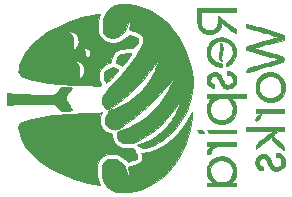
<source format=gbo>
G04 #@! TF.GenerationSoftware,KiCad,Pcbnew,(5.1.9-16-g1737927814)-1*
G04 #@! TF.CreationDate,2021-04-01T12:21:51-04:00*
G04 #@! TF.ProjectId,pressure_ms4525do,70726573-7375-4726-955f-6d7334353235,1*
G04 #@! TF.SameCoordinates,Original*
G04 #@! TF.FileFunction,Legend,Bot*
G04 #@! TF.FilePolarity,Positive*
%FSLAX45Y45*%
G04 Gerber Fmt 4.5, Leading zero omitted, Abs format (unit mm)*
G04 Created by KiCad (PCBNEW (5.1.9-16-g1737927814)-1) date 2021-04-01 12:21:51*
%MOMM*%
%LPD*%
G01*
G04 APERTURE LIST*
%ADD10C,0.010000*%
G04 APERTURE END LIST*
D10*
G36*
X1021417Y-1705986D02*
G01*
X1040146Y-1704329D01*
X1063837Y-1702821D01*
X1091807Y-1701482D01*
X1123375Y-1700334D01*
X1157859Y-1699398D01*
X1194577Y-1698695D01*
X1232848Y-1698245D01*
X1271990Y-1698070D01*
X1277533Y-1698069D01*
X1307142Y-1698057D01*
X1331710Y-1698095D01*
X1351843Y-1698320D01*
X1368144Y-1698872D01*
X1381218Y-1699888D01*
X1391668Y-1701507D01*
X1400099Y-1703867D01*
X1407114Y-1707106D01*
X1413318Y-1711362D01*
X1419315Y-1716774D01*
X1425709Y-1723481D01*
X1433103Y-1731620D01*
X1435486Y-1734229D01*
X1459090Y-1759969D01*
X1493195Y-1758475D01*
X1515020Y-1757375D01*
X1531464Y-1756212D01*
X1542792Y-1754956D01*
X1549268Y-1753579D01*
X1551165Y-1752133D01*
X1550213Y-1748441D01*
X1548005Y-1741713D01*
X1547318Y-1739763D01*
X1544101Y-1733073D01*
X1538401Y-1723368D01*
X1531130Y-1712143D01*
X1525811Y-1704485D01*
X1514088Y-1687407D01*
X1505864Y-1673622D01*
X1500772Y-1662311D01*
X1498442Y-1652656D01*
X1498507Y-1643836D01*
X1498520Y-1643738D01*
X1499304Y-1639177D01*
X1500657Y-1634785D01*
X1503061Y-1629772D01*
X1506996Y-1623347D01*
X1512942Y-1614720D01*
X1521380Y-1603100D01*
X1531580Y-1589322D01*
X1538713Y-1579395D01*
X1544350Y-1570922D01*
X1547752Y-1565054D01*
X1548413Y-1563217D01*
X1546188Y-1561055D01*
X1539141Y-1559913D01*
X1530828Y-1559674D01*
X1519699Y-1559467D01*
X1505482Y-1558926D01*
X1490716Y-1558156D01*
X1486146Y-1557869D01*
X1459104Y-1556078D01*
X1452400Y-1567055D01*
X1445086Y-1577350D01*
X1435404Y-1588706D01*
X1424683Y-1599769D01*
X1414252Y-1609186D01*
X1405439Y-1615602D01*
X1403940Y-1616431D01*
X1400156Y-1618124D01*
X1395768Y-1619420D01*
X1390008Y-1620371D01*
X1382109Y-1621028D01*
X1371303Y-1621444D01*
X1356823Y-1621670D01*
X1337902Y-1621759D01*
X1324918Y-1621767D01*
X1298895Y-1621622D01*
X1270511Y-1621214D01*
X1240480Y-1620571D01*
X1209515Y-1619725D01*
X1178328Y-1618703D01*
X1147633Y-1617536D01*
X1118141Y-1616253D01*
X1090567Y-1614884D01*
X1065624Y-1613457D01*
X1044023Y-1612003D01*
X1026479Y-1610551D01*
X1013704Y-1609130D01*
X1011539Y-1608814D01*
X1000956Y-1607170D01*
X1000956Y-1708188D01*
X1021417Y-1705986D01*
G37*
X1021417Y-1705986D02*
X1040146Y-1704329D01*
X1063837Y-1702821D01*
X1091807Y-1701482D01*
X1123375Y-1700334D01*
X1157859Y-1699398D01*
X1194577Y-1698695D01*
X1232848Y-1698245D01*
X1271990Y-1698070D01*
X1277533Y-1698069D01*
X1307142Y-1698057D01*
X1331710Y-1698095D01*
X1351843Y-1698320D01*
X1368144Y-1698872D01*
X1381218Y-1699888D01*
X1391668Y-1701507D01*
X1400099Y-1703867D01*
X1407114Y-1707106D01*
X1413318Y-1711362D01*
X1419315Y-1716774D01*
X1425709Y-1723481D01*
X1433103Y-1731620D01*
X1435486Y-1734229D01*
X1459090Y-1759969D01*
X1493195Y-1758475D01*
X1515020Y-1757375D01*
X1531464Y-1756212D01*
X1542792Y-1754956D01*
X1549268Y-1753579D01*
X1551165Y-1752133D01*
X1550213Y-1748441D01*
X1548005Y-1741713D01*
X1547318Y-1739763D01*
X1544101Y-1733073D01*
X1538401Y-1723368D01*
X1531130Y-1712143D01*
X1525811Y-1704485D01*
X1514088Y-1687407D01*
X1505864Y-1673622D01*
X1500772Y-1662311D01*
X1498442Y-1652656D01*
X1498507Y-1643836D01*
X1498520Y-1643738D01*
X1499304Y-1639177D01*
X1500657Y-1634785D01*
X1503061Y-1629772D01*
X1506996Y-1623347D01*
X1512942Y-1614720D01*
X1521380Y-1603100D01*
X1531580Y-1589322D01*
X1538713Y-1579395D01*
X1544350Y-1570922D01*
X1547752Y-1565054D01*
X1548413Y-1563217D01*
X1546188Y-1561055D01*
X1539141Y-1559913D01*
X1530828Y-1559674D01*
X1519699Y-1559467D01*
X1505482Y-1558926D01*
X1490716Y-1558156D01*
X1486146Y-1557869D01*
X1459104Y-1556078D01*
X1452400Y-1567055D01*
X1445086Y-1577350D01*
X1435404Y-1588706D01*
X1424683Y-1599769D01*
X1414252Y-1609186D01*
X1405439Y-1615602D01*
X1403940Y-1616431D01*
X1400156Y-1618124D01*
X1395768Y-1619420D01*
X1390008Y-1620371D01*
X1382109Y-1621028D01*
X1371303Y-1621444D01*
X1356823Y-1621670D01*
X1337902Y-1621759D01*
X1324918Y-1621767D01*
X1298895Y-1621622D01*
X1270511Y-1621214D01*
X1240480Y-1620571D01*
X1209515Y-1619725D01*
X1178328Y-1618703D01*
X1147633Y-1617536D01*
X1118141Y-1616253D01*
X1090567Y-1614884D01*
X1065624Y-1613457D01*
X1044023Y-1612003D01*
X1026479Y-1610551D01*
X1013704Y-1609130D01*
X1011539Y-1608814D01*
X1000956Y-1607170D01*
X1000956Y-1708188D01*
X1021417Y-1705986D01*
G36*
X1820691Y-1470383D02*
G01*
X1824140Y-1485713D01*
X1829112Y-1501389D01*
X1834975Y-1515132D01*
X1835868Y-1516842D01*
X1840910Y-1526206D01*
X1887104Y-1475920D01*
X1900402Y-1461440D01*
X1912769Y-1447970D01*
X1923578Y-1436190D01*
X1932206Y-1426781D01*
X1938028Y-1420424D01*
X1939959Y-1418309D01*
X1944127Y-1412932D01*
X1944370Y-1409553D01*
X1942873Y-1407875D01*
X1938563Y-1405244D01*
X1930687Y-1401202D01*
X1920863Y-1396574D01*
X1919755Y-1396075D01*
X1900383Y-1387383D01*
X1884671Y-1391951D01*
X1861312Y-1400609D01*
X1843082Y-1411502D01*
X1830004Y-1424605D01*
X1822103Y-1439893D01*
X1819401Y-1457345D01*
X1819400Y-1457679D01*
X1820691Y-1470383D01*
G37*
X1820691Y-1470383D02*
X1824140Y-1485713D01*
X1829112Y-1501389D01*
X1834975Y-1515132D01*
X1835868Y-1516842D01*
X1840910Y-1526206D01*
X1887104Y-1475920D01*
X1900402Y-1461440D01*
X1912769Y-1447970D01*
X1923578Y-1436190D01*
X1932206Y-1426781D01*
X1938028Y-1420424D01*
X1939959Y-1418309D01*
X1944127Y-1412932D01*
X1944370Y-1409553D01*
X1942873Y-1407875D01*
X1938563Y-1405244D01*
X1930687Y-1401202D01*
X1920863Y-1396574D01*
X1919755Y-1396075D01*
X1900383Y-1387383D01*
X1884671Y-1391951D01*
X1861312Y-1400609D01*
X1843082Y-1411502D01*
X1830004Y-1424605D01*
X1822103Y-1439893D01*
X1819401Y-1457345D01*
X1819400Y-1457679D01*
X1820691Y-1470383D01*
G36*
X1949239Y-1364956D02*
G01*
X1975214Y-1377656D01*
X1983638Y-1367778D01*
X1989025Y-1361195D01*
X1996401Y-1351814D01*
X2005154Y-1340452D01*
X2014672Y-1327927D01*
X2024345Y-1315056D01*
X2033561Y-1302657D01*
X2041708Y-1291547D01*
X2048175Y-1282545D01*
X2052351Y-1276466D01*
X2053644Y-1274179D01*
X2051175Y-1272354D01*
X2045068Y-1270498D01*
X2043360Y-1270149D01*
X2035531Y-1269427D01*
X2024323Y-1269296D01*
X2011971Y-1269774D01*
X2010198Y-1269896D01*
X1984553Y-1273244D01*
X1963744Y-1279273D01*
X1947555Y-1288148D01*
X1935769Y-1300034D01*
X1928171Y-1315097D01*
X1924544Y-1333500D01*
X1924405Y-1335322D01*
X1923264Y-1352256D01*
X1949239Y-1364956D01*
G37*
X1949239Y-1364956D02*
X1975214Y-1377656D01*
X1983638Y-1367778D01*
X1989025Y-1361195D01*
X1996401Y-1351814D01*
X2005154Y-1340452D01*
X2014672Y-1327927D01*
X2024345Y-1315056D01*
X2033561Y-1302657D01*
X2041708Y-1291547D01*
X2048175Y-1282545D01*
X2052351Y-1276466D01*
X2053644Y-1274179D01*
X2051175Y-1272354D01*
X2045068Y-1270498D01*
X2043360Y-1270149D01*
X2035531Y-1269427D01*
X2024323Y-1269296D01*
X2011971Y-1269774D01*
X2010198Y-1269896D01*
X1984553Y-1273244D01*
X1963744Y-1279273D01*
X1947555Y-1288148D01*
X1935769Y-1300034D01*
X1928171Y-1315097D01*
X1924544Y-1333500D01*
X1924405Y-1335322D01*
X1923264Y-1352256D01*
X1949239Y-1364956D01*
G36*
X1095459Y-1896278D02*
G01*
X1096522Y-1905468D01*
X1098331Y-1917196D01*
X1107475Y-1957913D01*
X1121640Y-1997221D01*
X1140959Y-2035359D01*
X1165566Y-2072568D01*
X1195593Y-2109090D01*
X1216957Y-2131461D01*
X1255112Y-2166125D01*
X1298249Y-2199397D01*
X1345818Y-2230988D01*
X1397268Y-2260613D01*
X1452045Y-2287984D01*
X1509600Y-2312815D01*
X1569379Y-2334818D01*
X1630832Y-2353708D01*
X1658418Y-2360999D01*
X1678883Y-2365933D01*
X1699866Y-2370628D01*
X1720361Y-2374892D01*
X1739365Y-2378532D01*
X1755870Y-2381354D01*
X1768874Y-2383167D01*
X1777130Y-2383778D01*
X1784929Y-2383778D01*
X1776982Y-2363311D01*
X1768935Y-2337554D01*
X1763423Y-2309151D01*
X1760571Y-2279747D01*
X1760500Y-2250985D01*
X1763334Y-2224510D01*
X1765781Y-2213022D01*
X1773774Y-2188822D01*
X1784441Y-2169159D01*
X1798292Y-2153354D01*
X1815836Y-2140732D01*
X1823205Y-2136811D01*
X1851264Y-2125852D01*
X1879289Y-2120471D01*
X1906980Y-2120609D01*
X1934031Y-2126207D01*
X1960140Y-2137204D01*
X1985005Y-2153542D01*
X2006024Y-2172717D01*
X2022187Y-2189650D01*
X2058377Y-2177691D01*
X2076149Y-2171600D01*
X2089107Y-2166484D01*
X2097891Y-2161858D01*
X2103139Y-2157240D01*
X2105491Y-2152147D01*
X2105586Y-2146095D01*
X2104969Y-2142478D01*
X2103069Y-2136885D01*
X2099227Y-2127759D01*
X2094136Y-2116558D01*
X2088491Y-2104737D01*
X2082987Y-2093754D01*
X2078319Y-2085068D01*
X2075383Y-2080389D01*
X2073137Y-2078084D01*
X2069909Y-2076494D01*
X2064702Y-2075482D01*
X2056520Y-2074908D01*
X2044364Y-2074632D01*
X2033410Y-2074546D01*
X2003788Y-2073221D01*
X1978613Y-2069424D01*
X1957148Y-2062912D01*
X1938654Y-2053439D01*
X1922394Y-2040763D01*
X1917939Y-2036400D01*
X1905097Y-2019672D01*
X1896210Y-1999700D01*
X1891028Y-1975898D01*
X1890627Y-1972612D01*
X1888544Y-1954130D01*
X1868789Y-1947037D01*
X1842588Y-1935284D01*
X1821228Y-1920684D01*
X1804795Y-1903429D01*
X1793374Y-1883711D01*
X1787047Y-1861722D01*
X1785902Y-1837654D01*
X1790022Y-1811698D01*
X1798175Y-1787190D01*
X1804979Y-1770568D01*
X1786188Y-1772323D01*
X1778047Y-1772933D01*
X1765311Y-1773699D01*
X1749027Y-1774568D01*
X1730242Y-1775486D01*
X1710001Y-1776398D01*
X1696738Y-1776955D01*
X1671811Y-1777970D01*
X1643386Y-1779126D01*
X1613607Y-1780336D01*
X1584616Y-1781513D01*
X1558554Y-1782571D01*
X1554111Y-1782751D01*
X1494501Y-1785675D01*
X1439669Y-1789454D01*
X1388800Y-1794174D01*
X1341082Y-1799922D01*
X1295699Y-1806785D01*
X1251838Y-1814850D01*
X1250722Y-1815074D01*
X1212186Y-1823658D01*
X1179087Y-1832795D01*
X1151461Y-1842468D01*
X1129341Y-1852665D01*
X1112761Y-1863370D01*
X1101755Y-1874569D01*
X1098487Y-1880063D01*
X1096435Y-1885007D01*
X1095428Y-1889935D01*
X1095459Y-1896278D01*
G37*
X1095459Y-1896278D02*
X1096522Y-1905468D01*
X1098331Y-1917196D01*
X1107475Y-1957913D01*
X1121640Y-1997221D01*
X1140959Y-2035359D01*
X1165566Y-2072568D01*
X1195593Y-2109090D01*
X1216957Y-2131461D01*
X1255112Y-2166125D01*
X1298249Y-2199397D01*
X1345818Y-2230988D01*
X1397268Y-2260613D01*
X1452045Y-2287984D01*
X1509600Y-2312815D01*
X1569379Y-2334818D01*
X1630832Y-2353708D01*
X1658418Y-2360999D01*
X1678883Y-2365933D01*
X1699866Y-2370628D01*
X1720361Y-2374892D01*
X1739365Y-2378532D01*
X1755870Y-2381354D01*
X1768874Y-2383167D01*
X1777130Y-2383778D01*
X1784929Y-2383778D01*
X1776982Y-2363311D01*
X1768935Y-2337554D01*
X1763423Y-2309151D01*
X1760571Y-2279747D01*
X1760500Y-2250985D01*
X1763334Y-2224510D01*
X1765781Y-2213022D01*
X1773774Y-2188822D01*
X1784441Y-2169159D01*
X1798292Y-2153354D01*
X1815836Y-2140732D01*
X1823205Y-2136811D01*
X1851264Y-2125852D01*
X1879289Y-2120471D01*
X1906980Y-2120609D01*
X1934031Y-2126207D01*
X1960140Y-2137204D01*
X1985005Y-2153542D01*
X2006024Y-2172717D01*
X2022187Y-2189650D01*
X2058377Y-2177691D01*
X2076149Y-2171600D01*
X2089107Y-2166484D01*
X2097891Y-2161858D01*
X2103139Y-2157240D01*
X2105491Y-2152147D01*
X2105586Y-2146095D01*
X2104969Y-2142478D01*
X2103069Y-2136885D01*
X2099227Y-2127759D01*
X2094136Y-2116558D01*
X2088491Y-2104737D01*
X2082987Y-2093754D01*
X2078319Y-2085068D01*
X2075383Y-2080389D01*
X2073137Y-2078084D01*
X2069909Y-2076494D01*
X2064702Y-2075482D01*
X2056520Y-2074908D01*
X2044364Y-2074632D01*
X2033410Y-2074546D01*
X2003788Y-2073221D01*
X1978613Y-2069424D01*
X1957148Y-2062912D01*
X1938654Y-2053439D01*
X1922394Y-2040763D01*
X1917939Y-2036400D01*
X1905097Y-2019672D01*
X1896210Y-1999700D01*
X1891028Y-1975898D01*
X1890627Y-1972612D01*
X1888544Y-1954130D01*
X1868789Y-1947037D01*
X1842588Y-1935284D01*
X1821228Y-1920684D01*
X1804795Y-1903429D01*
X1793374Y-1883711D01*
X1787047Y-1861722D01*
X1785902Y-1837654D01*
X1790022Y-1811698D01*
X1798175Y-1787190D01*
X1804979Y-1770568D01*
X1786188Y-1772323D01*
X1778047Y-1772933D01*
X1765311Y-1773699D01*
X1749027Y-1774568D01*
X1730242Y-1775486D01*
X1710001Y-1776398D01*
X1696738Y-1776955D01*
X1671811Y-1777970D01*
X1643386Y-1779126D01*
X1613607Y-1780336D01*
X1584616Y-1781513D01*
X1558554Y-1782571D01*
X1554111Y-1782751D01*
X1494501Y-1785675D01*
X1439669Y-1789454D01*
X1388800Y-1794174D01*
X1341082Y-1799922D01*
X1295699Y-1806785D01*
X1251838Y-1814850D01*
X1250722Y-1815074D01*
X1212186Y-1823658D01*
X1179087Y-1832795D01*
X1151461Y-1842468D01*
X1129341Y-1852665D01*
X1112761Y-1863370D01*
X1101755Y-1874569D01*
X1098487Y-1880063D01*
X1096435Y-1885007D01*
X1095428Y-1889935D01*
X1095459Y-1896278D01*
G36*
X1099089Y-1436363D02*
G01*
X1099770Y-1438422D01*
X1107259Y-1449577D01*
X1120254Y-1460353D01*
X1138626Y-1470703D01*
X1162248Y-1480582D01*
X1190991Y-1489944D01*
X1224726Y-1498741D01*
X1263325Y-1506927D01*
X1306660Y-1514458D01*
X1314222Y-1515628D01*
X1346013Y-1520189D01*
X1378034Y-1524184D01*
X1411039Y-1527670D01*
X1445778Y-1530707D01*
X1483004Y-1533352D01*
X1523468Y-1535664D01*
X1567923Y-1537700D01*
X1617119Y-1539519D01*
X1627489Y-1539858D01*
X1663413Y-1541052D01*
X1693997Y-1542158D01*
X1719544Y-1543192D01*
X1740357Y-1544167D01*
X1756740Y-1545097D01*
X1768996Y-1545998D01*
X1777427Y-1546883D01*
X1778478Y-1547030D01*
X1788603Y-1545952D01*
X1793414Y-1543292D01*
X1799884Y-1538317D01*
X1792828Y-1522897D01*
X1783739Y-1498454D01*
X1778644Y-1474126D01*
X1777619Y-1450902D01*
X1780741Y-1429771D01*
X1784758Y-1418232D01*
X1796099Y-1399435D01*
X1812345Y-1382653D01*
X1832988Y-1368307D01*
X1857517Y-1356818D01*
X1860322Y-1355785D01*
X1880078Y-1348692D01*
X1882160Y-1330211D01*
X1886895Y-1305887D01*
X1895304Y-1285466D01*
X1907636Y-1268364D01*
X1909473Y-1266422D01*
X1925412Y-1252633D01*
X1943450Y-1242173D01*
X1964308Y-1234802D01*
X1988709Y-1230282D01*
X2017377Y-1228371D01*
X2024299Y-1228277D01*
X2061275Y-1228078D01*
X2072732Y-1217727D01*
X2080426Y-1211190D01*
X2087433Y-1205914D01*
X2090345Y-1204083D01*
X2095643Y-1199004D01*
X2101231Y-1190138D01*
X2106438Y-1179132D01*
X2110594Y-1167628D01*
X2113028Y-1157271D01*
X2113070Y-1149706D01*
X2112835Y-1148932D01*
X2111039Y-1145079D01*
X2108273Y-1141849D01*
X2103686Y-1138801D01*
X2096429Y-1135496D01*
X2085651Y-1131494D01*
X2070501Y-1126355D01*
X2066843Y-1125142D01*
X2030653Y-1113173D01*
X2014491Y-1130105D01*
X1991024Y-1151174D01*
X1966050Y-1166967D01*
X1939881Y-1177425D01*
X1912831Y-1182488D01*
X1885213Y-1182096D01*
X1857341Y-1176188D01*
X1830811Y-1165361D01*
X1811154Y-1152773D01*
X1795378Y-1136727D01*
X1783228Y-1116847D01*
X1774449Y-1092757D01*
X1770873Y-1077089D01*
X1768988Y-1060074D01*
X1768724Y-1039325D01*
X1769921Y-1016465D01*
X1772419Y-993116D01*
X1776059Y-970900D01*
X1780679Y-951440D01*
X1784343Y-940500D01*
X1785084Y-937662D01*
X1783698Y-936274D01*
X1779082Y-936103D01*
X1770133Y-936913D01*
X1768356Y-937104D01*
X1752409Y-939313D01*
X1732435Y-942824D01*
X1709820Y-947338D01*
X1685950Y-952559D01*
X1662212Y-958188D01*
X1659845Y-958799D01*
X1659845Y-1223845D01*
X1673199Y-1225752D01*
X1685032Y-1230910D01*
X1693461Y-1238472D01*
X1693962Y-1239202D01*
X1700108Y-1252719D01*
X1702279Y-1267343D01*
X1700424Y-1281342D01*
X1695552Y-1291578D01*
X1690857Y-1296491D01*
X1684201Y-1301624D01*
X1677200Y-1305959D01*
X1671469Y-1308479D01*
X1668800Y-1308430D01*
X1667766Y-1305306D01*
X1665893Y-1297714D01*
X1663428Y-1286723D01*
X1660619Y-1273401D01*
X1660006Y-1270397D01*
X1657120Y-1256323D01*
X1654525Y-1243956D01*
X1652478Y-1234507D01*
X1651238Y-1229183D01*
X1651128Y-1228783D01*
X1651148Y-1225463D01*
X1654667Y-1224061D01*
X1659845Y-1223845D01*
X1659845Y-958799D01*
X1639992Y-963928D01*
X1628445Y-967161D01*
X1564494Y-987454D01*
X1531370Y-999876D01*
X1531370Y-1085963D01*
X1541290Y-1086589D01*
X1541620Y-1086627D01*
X1561611Y-1091469D01*
X1578260Y-1100753D01*
X1591365Y-1114231D01*
X1600725Y-1131655D01*
X1606139Y-1152777D01*
X1607424Y-1167593D01*
X1606771Y-1176460D01*
X1604761Y-1187192D01*
X1603564Y-1191706D01*
X1598976Y-1202681D01*
X1592393Y-1213612D01*
X1589750Y-1217013D01*
X1585861Y-1220926D01*
X1585861Y-1331105D01*
X1604196Y-1333729D01*
X1620250Y-1341449D01*
X1633873Y-1354131D01*
X1644913Y-1371644D01*
X1651754Y-1388945D01*
X1654735Y-1404135D01*
X1655059Y-1420652D01*
X1652729Y-1435703D01*
X1651684Y-1439045D01*
X1647358Y-1448396D01*
X1641503Y-1457961D01*
X1640291Y-1459617D01*
X1634731Y-1465757D01*
X1627573Y-1472183D01*
X1620134Y-1477905D01*
X1613733Y-1481931D01*
X1609686Y-1483270D01*
X1609164Y-1483038D01*
X1609060Y-1479785D01*
X1610349Y-1473204D01*
X1611034Y-1470630D01*
X1613418Y-1457162D01*
X1614351Y-1440266D01*
X1613906Y-1421946D01*
X1612155Y-1404210D01*
X1609172Y-1389064D01*
X1607919Y-1384945D01*
X1601957Y-1370465D01*
X1594543Y-1356746D01*
X1586696Y-1345505D01*
X1581160Y-1339753D01*
X1577110Y-1335063D01*
X1578404Y-1332175D01*
X1585030Y-1331110D01*
X1585861Y-1331105D01*
X1585861Y-1220926D01*
X1582774Y-1224031D01*
X1574797Y-1230411D01*
X1567141Y-1235289D01*
X1561128Y-1237803D01*
X1558358Y-1237499D01*
X1557961Y-1234014D01*
X1558844Y-1227102D01*
X1559589Y-1223511D01*
X1561792Y-1208576D01*
X1562562Y-1190715D01*
X1561961Y-1172095D01*
X1560052Y-1154877D01*
X1557261Y-1142353D01*
X1551149Y-1126092D01*
X1543666Y-1111360D01*
X1535696Y-1099780D01*
X1531826Y-1095698D01*
X1526863Y-1090308D01*
X1526635Y-1087133D01*
X1531370Y-1085963D01*
X1531370Y-999876D01*
X1503589Y-1010295D01*
X1445975Y-1035513D01*
X1391896Y-1062938D01*
X1341595Y-1092400D01*
X1295319Y-1123727D01*
X1253310Y-1156749D01*
X1215812Y-1191297D01*
X1183071Y-1227198D01*
X1155331Y-1264283D01*
X1132835Y-1302382D01*
X1125013Y-1318635D01*
X1117616Y-1336871D01*
X1111092Y-1356337D01*
X1105654Y-1376011D01*
X1101520Y-1394873D01*
X1098904Y-1411900D01*
X1098022Y-1426071D01*
X1099089Y-1436363D01*
G37*
X1099089Y-1436363D02*
X1099770Y-1438422D01*
X1107259Y-1449577D01*
X1120254Y-1460353D01*
X1138626Y-1470703D01*
X1162248Y-1480582D01*
X1190991Y-1489944D01*
X1224726Y-1498741D01*
X1263325Y-1506927D01*
X1306660Y-1514458D01*
X1314222Y-1515628D01*
X1346013Y-1520189D01*
X1378034Y-1524184D01*
X1411039Y-1527670D01*
X1445778Y-1530707D01*
X1483004Y-1533352D01*
X1523468Y-1535664D01*
X1567923Y-1537700D01*
X1617119Y-1539519D01*
X1627489Y-1539858D01*
X1663413Y-1541052D01*
X1693997Y-1542158D01*
X1719544Y-1543192D01*
X1740357Y-1544167D01*
X1756740Y-1545097D01*
X1768996Y-1545998D01*
X1777427Y-1546883D01*
X1778478Y-1547030D01*
X1788603Y-1545952D01*
X1793414Y-1543292D01*
X1799884Y-1538317D01*
X1792828Y-1522897D01*
X1783739Y-1498454D01*
X1778644Y-1474126D01*
X1777619Y-1450902D01*
X1780741Y-1429771D01*
X1784758Y-1418232D01*
X1796099Y-1399435D01*
X1812345Y-1382653D01*
X1832988Y-1368307D01*
X1857517Y-1356818D01*
X1860322Y-1355785D01*
X1880078Y-1348692D01*
X1882160Y-1330211D01*
X1886895Y-1305887D01*
X1895304Y-1285466D01*
X1907636Y-1268364D01*
X1909473Y-1266422D01*
X1925412Y-1252633D01*
X1943450Y-1242173D01*
X1964308Y-1234802D01*
X1988709Y-1230282D01*
X2017377Y-1228371D01*
X2024299Y-1228277D01*
X2061275Y-1228078D01*
X2072732Y-1217727D01*
X2080426Y-1211190D01*
X2087433Y-1205914D01*
X2090345Y-1204083D01*
X2095643Y-1199004D01*
X2101231Y-1190138D01*
X2106438Y-1179132D01*
X2110594Y-1167628D01*
X2113028Y-1157271D01*
X2113070Y-1149706D01*
X2112835Y-1148932D01*
X2111039Y-1145079D01*
X2108273Y-1141849D01*
X2103686Y-1138801D01*
X2096429Y-1135496D01*
X2085651Y-1131494D01*
X2070501Y-1126355D01*
X2066843Y-1125142D01*
X2030653Y-1113173D01*
X2014491Y-1130105D01*
X1991024Y-1151174D01*
X1966050Y-1166967D01*
X1939881Y-1177425D01*
X1912831Y-1182488D01*
X1885213Y-1182096D01*
X1857341Y-1176188D01*
X1830811Y-1165361D01*
X1811154Y-1152773D01*
X1795378Y-1136727D01*
X1783228Y-1116847D01*
X1774449Y-1092757D01*
X1770873Y-1077089D01*
X1768988Y-1060074D01*
X1768724Y-1039325D01*
X1769921Y-1016465D01*
X1772419Y-993116D01*
X1776059Y-970900D01*
X1780679Y-951440D01*
X1784343Y-940500D01*
X1785084Y-937662D01*
X1783698Y-936274D01*
X1779082Y-936103D01*
X1770133Y-936913D01*
X1768356Y-937104D01*
X1752409Y-939313D01*
X1732435Y-942824D01*
X1709820Y-947338D01*
X1685950Y-952559D01*
X1662212Y-958188D01*
X1659845Y-958799D01*
X1659845Y-1223845D01*
X1673199Y-1225752D01*
X1685032Y-1230910D01*
X1693461Y-1238472D01*
X1693962Y-1239202D01*
X1700108Y-1252719D01*
X1702279Y-1267343D01*
X1700424Y-1281342D01*
X1695552Y-1291578D01*
X1690857Y-1296491D01*
X1684201Y-1301624D01*
X1677200Y-1305959D01*
X1671469Y-1308479D01*
X1668800Y-1308430D01*
X1667766Y-1305306D01*
X1665893Y-1297714D01*
X1663428Y-1286723D01*
X1660619Y-1273401D01*
X1660006Y-1270397D01*
X1657120Y-1256323D01*
X1654525Y-1243956D01*
X1652478Y-1234507D01*
X1651238Y-1229183D01*
X1651128Y-1228783D01*
X1651148Y-1225463D01*
X1654667Y-1224061D01*
X1659845Y-1223845D01*
X1659845Y-958799D01*
X1639992Y-963928D01*
X1628445Y-967161D01*
X1564494Y-987454D01*
X1531370Y-999876D01*
X1531370Y-1085963D01*
X1541290Y-1086589D01*
X1541620Y-1086627D01*
X1561611Y-1091469D01*
X1578260Y-1100753D01*
X1591365Y-1114231D01*
X1600725Y-1131655D01*
X1606139Y-1152777D01*
X1607424Y-1167593D01*
X1606771Y-1176460D01*
X1604761Y-1187192D01*
X1603564Y-1191706D01*
X1598976Y-1202681D01*
X1592393Y-1213612D01*
X1589750Y-1217013D01*
X1585861Y-1220926D01*
X1585861Y-1331105D01*
X1604196Y-1333729D01*
X1620250Y-1341449D01*
X1633873Y-1354131D01*
X1644913Y-1371644D01*
X1651754Y-1388945D01*
X1654735Y-1404135D01*
X1655059Y-1420652D01*
X1652729Y-1435703D01*
X1651684Y-1439045D01*
X1647358Y-1448396D01*
X1641503Y-1457961D01*
X1640291Y-1459617D01*
X1634731Y-1465757D01*
X1627573Y-1472183D01*
X1620134Y-1477905D01*
X1613733Y-1481931D01*
X1609686Y-1483270D01*
X1609164Y-1483038D01*
X1609060Y-1479785D01*
X1610349Y-1473204D01*
X1611034Y-1470630D01*
X1613418Y-1457162D01*
X1614351Y-1440266D01*
X1613906Y-1421946D01*
X1612155Y-1404210D01*
X1609172Y-1389064D01*
X1607919Y-1384945D01*
X1601957Y-1370465D01*
X1594543Y-1356746D01*
X1586696Y-1345505D01*
X1581160Y-1339753D01*
X1577110Y-1335063D01*
X1578404Y-1332175D01*
X1585030Y-1331110D01*
X1585861Y-1331105D01*
X1585861Y-1220926D01*
X1582774Y-1224031D01*
X1574797Y-1230411D01*
X1567141Y-1235289D01*
X1561128Y-1237803D01*
X1558358Y-1237499D01*
X1557961Y-1234014D01*
X1558844Y-1227102D01*
X1559589Y-1223511D01*
X1561792Y-1208576D01*
X1562562Y-1190715D01*
X1561961Y-1172095D01*
X1560052Y-1154877D01*
X1557261Y-1142353D01*
X1551149Y-1126092D01*
X1543666Y-1111360D01*
X1535696Y-1099780D01*
X1531826Y-1095698D01*
X1526863Y-1090308D01*
X1526635Y-1087133D01*
X1531370Y-1085963D01*
X1531370Y-999876D01*
X1503589Y-1010295D01*
X1445975Y-1035513D01*
X1391896Y-1062938D01*
X1341595Y-1092400D01*
X1295319Y-1123727D01*
X1253310Y-1156749D01*
X1215812Y-1191297D01*
X1183071Y-1227198D01*
X1155331Y-1264283D01*
X1132835Y-1302382D01*
X1125013Y-1318635D01*
X1117616Y-1336871D01*
X1111092Y-1356337D01*
X1105654Y-1376011D01*
X1101520Y-1394873D01*
X1098904Y-1411900D01*
X1098022Y-1426071D01*
X1099089Y-1436363D01*
G36*
X1803891Y-2294681D02*
G01*
X1808326Y-2321744D01*
X1816014Y-2346256D01*
X1822068Y-2359789D01*
X1834485Y-2381530D01*
X1848476Y-2399240D01*
X1865422Y-2414528D01*
X1875050Y-2421504D01*
X1887618Y-2429751D01*
X1898731Y-2436039D01*
X1909473Y-2440626D01*
X1920932Y-2443768D01*
X1934195Y-2445723D01*
X1950348Y-2446750D01*
X1970477Y-2447105D01*
X1983089Y-2447109D01*
X2003496Y-2446961D01*
X2019638Y-2446578D01*
X2032890Y-2445846D01*
X2044631Y-2444646D01*
X2056236Y-2442862D01*
X2069084Y-2440378D01*
X2073565Y-2439441D01*
X2127120Y-2425274D01*
X2178486Y-2405929D01*
X2227549Y-2381477D01*
X2274199Y-2351990D01*
X2318323Y-2317537D01*
X2359810Y-2278189D01*
X2398402Y-2234200D01*
X2432401Y-2187884D01*
X2463288Y-2137850D01*
X2490739Y-2084917D01*
X2514428Y-2029903D01*
X2534033Y-1973629D01*
X2549226Y-1916913D01*
X2559684Y-1860576D01*
X2564492Y-1815314D01*
X2565661Y-1798118D01*
X2566470Y-1785756D01*
X2566944Y-1777429D01*
X2567109Y-1772342D01*
X2566991Y-1769695D01*
X2566614Y-1768691D01*
X2566004Y-1768533D01*
X2565987Y-1768533D01*
X2564300Y-1770902D01*
X2560592Y-1777392D01*
X2555369Y-1787079D01*
X2549139Y-1799036D01*
X2547527Y-1802186D01*
X2521673Y-1848133D01*
X2492191Y-1891989D01*
X2459573Y-1933281D01*
X2424310Y-1971532D01*
X2386894Y-2006267D01*
X2347815Y-2037010D01*
X2307565Y-2063288D01*
X2266636Y-2084624D01*
X2246967Y-2092941D01*
X2224944Y-2100559D01*
X2202509Y-2106559D01*
X2181161Y-2110629D01*
X2162401Y-2112458D01*
X2153461Y-2112379D01*
X2145081Y-2111917D01*
X2139578Y-2111729D01*
X2138307Y-2111794D01*
X2139281Y-2114348D01*
X2141698Y-2120254D01*
X2142545Y-2122287D01*
X2145957Y-2135603D01*
X2146614Y-2150848D01*
X2144575Y-2165499D01*
X2141300Y-2174607D01*
X2134922Y-2184794D01*
X2126675Y-2193189D01*
X2115591Y-2200444D01*
X2100702Y-2207213D01*
X2084253Y-2213097D01*
X2070000Y-2217857D01*
X2056160Y-2222561D01*
X2044495Y-2226605D01*
X2037862Y-2228979D01*
X2023492Y-2234272D01*
X2028598Y-2249053D01*
X2032549Y-2265053D01*
X2033571Y-2280612D01*
X2031632Y-2293996D01*
X2029535Y-2299344D01*
X2025366Y-2304932D01*
X2021836Y-2305588D01*
X2019903Y-2301336D01*
X2019778Y-2299090D01*
X2018730Y-2292195D01*
X2015925Y-2281609D01*
X2011864Y-2268815D01*
X2007054Y-2255293D01*
X2001998Y-2242524D01*
X1997200Y-2231990D01*
X1996420Y-2230478D01*
X1989677Y-2219655D01*
X1980785Y-2207869D01*
X1972850Y-2198927D01*
X1952351Y-2181436D01*
X1930746Y-2169450D01*
X1908120Y-2162991D01*
X1884562Y-2162081D01*
X1860159Y-2166739D01*
X1851590Y-2169631D01*
X1834948Y-2178028D01*
X1821966Y-2189600D01*
X1812445Y-2204728D01*
X1806187Y-2223793D01*
X1802994Y-2247176D01*
X1802467Y-2263882D01*
X1803891Y-2294681D01*
G37*
X1803891Y-2294681D02*
X1808326Y-2321744D01*
X1816014Y-2346256D01*
X1822068Y-2359789D01*
X1834485Y-2381530D01*
X1848476Y-2399240D01*
X1865422Y-2414528D01*
X1875050Y-2421504D01*
X1887618Y-2429751D01*
X1898731Y-2436039D01*
X1909473Y-2440626D01*
X1920932Y-2443768D01*
X1934195Y-2445723D01*
X1950348Y-2446750D01*
X1970477Y-2447105D01*
X1983089Y-2447109D01*
X2003496Y-2446961D01*
X2019638Y-2446578D01*
X2032890Y-2445846D01*
X2044631Y-2444646D01*
X2056236Y-2442862D01*
X2069084Y-2440378D01*
X2073565Y-2439441D01*
X2127120Y-2425274D01*
X2178486Y-2405929D01*
X2227549Y-2381477D01*
X2274199Y-2351990D01*
X2318323Y-2317537D01*
X2359810Y-2278189D01*
X2398402Y-2234200D01*
X2432401Y-2187884D01*
X2463288Y-2137850D01*
X2490739Y-2084917D01*
X2514428Y-2029903D01*
X2534033Y-1973629D01*
X2549226Y-1916913D01*
X2559684Y-1860576D01*
X2564492Y-1815314D01*
X2565661Y-1798118D01*
X2566470Y-1785756D01*
X2566944Y-1777429D01*
X2567109Y-1772342D01*
X2566991Y-1769695D01*
X2566614Y-1768691D01*
X2566004Y-1768533D01*
X2565987Y-1768533D01*
X2564300Y-1770902D01*
X2560592Y-1777392D01*
X2555369Y-1787079D01*
X2549139Y-1799036D01*
X2547527Y-1802186D01*
X2521673Y-1848133D01*
X2492191Y-1891989D01*
X2459573Y-1933281D01*
X2424310Y-1971532D01*
X2386894Y-2006267D01*
X2347815Y-2037010D01*
X2307565Y-2063288D01*
X2266636Y-2084624D01*
X2246967Y-2092941D01*
X2224944Y-2100559D01*
X2202509Y-2106559D01*
X2181161Y-2110629D01*
X2162401Y-2112458D01*
X2153461Y-2112379D01*
X2145081Y-2111917D01*
X2139578Y-2111729D01*
X2138307Y-2111794D01*
X2139281Y-2114348D01*
X2141698Y-2120254D01*
X2142545Y-2122287D01*
X2145957Y-2135603D01*
X2146614Y-2150848D01*
X2144575Y-2165499D01*
X2141300Y-2174607D01*
X2134922Y-2184794D01*
X2126675Y-2193189D01*
X2115591Y-2200444D01*
X2100702Y-2207213D01*
X2084253Y-2213097D01*
X2070000Y-2217857D01*
X2056160Y-2222561D01*
X2044495Y-2226605D01*
X2037862Y-2228979D01*
X2023492Y-2234272D01*
X2028598Y-2249053D01*
X2032549Y-2265053D01*
X2033571Y-2280612D01*
X2031632Y-2293996D01*
X2029535Y-2299344D01*
X2025366Y-2304932D01*
X2021836Y-2305588D01*
X2019903Y-2301336D01*
X2019778Y-2299090D01*
X2018730Y-2292195D01*
X2015925Y-2281609D01*
X2011864Y-2268815D01*
X2007054Y-2255293D01*
X2001998Y-2242524D01*
X1997200Y-2231990D01*
X1996420Y-2230478D01*
X1989677Y-2219655D01*
X1980785Y-2207869D01*
X1972850Y-2198927D01*
X1952351Y-2181436D01*
X1930746Y-2169450D01*
X1908120Y-2162991D01*
X1884562Y-2162081D01*
X1860159Y-2166739D01*
X1851590Y-2169631D01*
X1834948Y-2178028D01*
X1821966Y-2189600D01*
X1812445Y-2204728D01*
X1806187Y-2223793D01*
X1802994Y-2247176D01*
X1802467Y-2263882D01*
X1803891Y-2294681D01*
G36*
X1806197Y-1692581D02*
G01*
X1810544Y-1704357D01*
X1819414Y-1717555D01*
X1831949Y-1729794D01*
X1846230Y-1739306D01*
X1850953Y-1741527D01*
X1860904Y-1745685D01*
X1887333Y-1728593D01*
X1941333Y-1690998D01*
X1995164Y-1648293D01*
X2048309Y-1601003D01*
X2100254Y-1549652D01*
X2150483Y-1494764D01*
X2198482Y-1436863D01*
X2243734Y-1376474D01*
X2268174Y-1341033D01*
X2275850Y-1329876D01*
X2282399Y-1320984D01*
X2287224Y-1315118D01*
X2289730Y-1313042D01*
X2289923Y-1313201D01*
X2289470Y-1317528D01*
X2287075Y-1326135D01*
X2283072Y-1338139D01*
X2277799Y-1352656D01*
X2271592Y-1368803D01*
X2264785Y-1385696D01*
X2257716Y-1402452D01*
X2250720Y-1418187D01*
X2246906Y-1426335D01*
X2218614Y-1479744D01*
X2187026Y-1528591D01*
X2152044Y-1572962D01*
X2113576Y-1612940D01*
X2071525Y-1648613D01*
X2025798Y-1680066D01*
X1976299Y-1707383D01*
X1922934Y-1730650D01*
X1900087Y-1738980D01*
X1865967Y-1750761D01*
X1852485Y-1772961D01*
X1839192Y-1798025D01*
X1831040Y-1820914D01*
X1828014Y-1841575D01*
X1830097Y-1859951D01*
X1837272Y-1875987D01*
X1849524Y-1889626D01*
X1866835Y-1900814D01*
X1889190Y-1909494D01*
X1892863Y-1910545D01*
X1907023Y-1914263D01*
X1917464Y-1916148D01*
X1925881Y-1915974D01*
X1933967Y-1913511D01*
X1943415Y-1908530D01*
X1953432Y-1902366D01*
X1999492Y-1871860D01*
X2047493Y-1837087D01*
X2096658Y-1798727D01*
X2146210Y-1757460D01*
X2195370Y-1713963D01*
X2243361Y-1668918D01*
X2289404Y-1623002D01*
X2332723Y-1576896D01*
X2355596Y-1551137D01*
X2366125Y-1538796D01*
X2376756Y-1525960D01*
X2386122Y-1514300D01*
X2391911Y-1506772D01*
X2399662Y-1496652D01*
X2404993Y-1490536D01*
X2407903Y-1488596D01*
X2408391Y-1491001D01*
X2406457Y-1497922D01*
X2402099Y-1509528D01*
X2395318Y-1525990D01*
X2391791Y-1534289D01*
X2365450Y-1588788D01*
X2334199Y-1640865D01*
X2298386Y-1690150D01*
X2258359Y-1736274D01*
X2214465Y-1778866D01*
X2167053Y-1817558D01*
X2116470Y-1851979D01*
X2066344Y-1880110D01*
X2042953Y-1891212D01*
X2016989Y-1902274D01*
X1990490Y-1912495D01*
X1965492Y-1921074D01*
X1951488Y-1925260D01*
X1942507Y-1927921D01*
X1937522Y-1930473D01*
X1935087Y-1934295D01*
X1933754Y-1940765D01*
X1933510Y-1942381D01*
X1932284Y-1964006D01*
X1935254Y-1983271D01*
X1942225Y-1999553D01*
X1953005Y-2012226D01*
X1955869Y-2014469D01*
X1967933Y-2021798D01*
X1981444Y-2026994D01*
X1997501Y-2030308D01*
X2017201Y-2031992D01*
X2033889Y-2032336D01*
X2069167Y-2032395D01*
X2093901Y-2020519D01*
X2137898Y-1997639D01*
X2181427Y-1971633D01*
X2223449Y-1943243D01*
X2262924Y-1913213D01*
X2298812Y-1882287D01*
X2328760Y-1852622D01*
X2348496Y-1830562D01*
X2370042Y-1804870D01*
X2392389Y-1776809D01*
X2414532Y-1747638D01*
X2433256Y-1721758D01*
X2442427Y-1708768D01*
X2450430Y-1697449D01*
X2456714Y-1688579D01*
X2460727Y-1682938D01*
X2461926Y-1681280D01*
X2464358Y-1681639D01*
X2464759Y-1681996D01*
X2465056Y-1685944D01*
X2462984Y-1694104D01*
X2458883Y-1705738D01*
X2453093Y-1720107D01*
X2445955Y-1736471D01*
X2437809Y-1754092D01*
X2428996Y-1772230D01*
X2419854Y-1790147D01*
X2410726Y-1807104D01*
X2401951Y-1822361D01*
X2395022Y-1833444D01*
X2364171Y-1875802D01*
X2330091Y-1914115D01*
X2293108Y-1948139D01*
X2253546Y-1977632D01*
X2211730Y-2002350D01*
X2167985Y-2022052D01*
X2124329Y-2036057D01*
X2114203Y-2038996D01*
X2106474Y-2041830D01*
X2102553Y-2044025D01*
X2102350Y-2044338D01*
X2103714Y-2048197D01*
X2108722Y-2053529D01*
X2115988Y-2059246D01*
X2124126Y-2064259D01*
X2131749Y-2067481D01*
X2131884Y-2067519D01*
X2152864Y-2070640D01*
X2176584Y-2069352D01*
X2202564Y-2063883D01*
X2230324Y-2054459D01*
X2259386Y-2041310D01*
X2289270Y-2024662D01*
X2319496Y-2004743D01*
X2349587Y-1981782D01*
X2379061Y-1956005D01*
X2391235Y-1944301D01*
X2431768Y-1900517D01*
X2467417Y-1854250D01*
X2498092Y-1805732D01*
X2523700Y-1755195D01*
X2544152Y-1702869D01*
X2559356Y-1648987D01*
X2569221Y-1593779D01*
X2573656Y-1537476D01*
X2572774Y-1483489D01*
X2567723Y-1436966D01*
X2558395Y-1388180D01*
X2545133Y-1338107D01*
X2528284Y-1287723D01*
X2508192Y-1238004D01*
X2485201Y-1189927D01*
X2459657Y-1144467D01*
X2444761Y-1121109D01*
X2408562Y-1071318D01*
X2369829Y-1026555D01*
X2328571Y-986827D01*
X2284798Y-952142D01*
X2238521Y-922506D01*
X2189749Y-897927D01*
X2138492Y-878411D01*
X2084760Y-863965D01*
X2082031Y-863381D01*
X2068514Y-860655D01*
X2056669Y-858665D01*
X2045118Y-857295D01*
X2032486Y-856430D01*
X2017393Y-855950D01*
X1998465Y-855742D01*
X1991556Y-855713D01*
X1968886Y-855817D01*
X1950767Y-856457D01*
X1936113Y-857890D01*
X1923836Y-860373D01*
X1912850Y-864164D01*
X1902069Y-869521D01*
X1890405Y-876701D01*
X1883516Y-881318D01*
X1864653Y-896014D01*
X1849411Y-912356D01*
X1836408Y-931954D01*
X1830535Y-943033D01*
X1820847Y-966606D01*
X1814552Y-992043D01*
X1811408Y-1020528D01*
X1810933Y-1038940D01*
X1812375Y-1065314D01*
X1816816Y-1087140D01*
X1824430Y-1104756D01*
X1835393Y-1118502D01*
X1849878Y-1128715D01*
X1859342Y-1132924D01*
X1884019Y-1139594D01*
X1907652Y-1140725D01*
X1930301Y-1136306D01*
X1952026Y-1126324D01*
X1972884Y-1110768D01*
X1973920Y-1109830D01*
X1991499Y-1090704D01*
X2005773Y-1068238D01*
X2017056Y-1041835D01*
X2025533Y-1011472D01*
X2027789Y-1002821D01*
X2029959Y-996934D01*
X2031282Y-995244D01*
X2033449Y-997639D01*
X2036543Y-1003725D01*
X2038227Y-1007826D01*
X2041398Y-1022686D01*
X2040176Y-1039682D01*
X2035266Y-1057431D01*
X2031414Y-1068347D01*
X2046057Y-1073742D01*
X2054794Y-1076856D01*
X2067117Y-1081112D01*
X2081247Y-1085900D01*
X2092720Y-1089725D01*
X2114371Y-1097951D01*
X2130870Y-1106839D01*
X2142708Y-1116905D01*
X2150374Y-1128664D01*
X2154361Y-1142629D01*
X2155231Y-1155293D01*
X2154724Y-1164399D01*
X2152911Y-1173389D01*
X2149329Y-1183903D01*
X2143515Y-1197579D01*
X2142916Y-1198911D01*
X2127539Y-1230550D01*
X2109701Y-1262553D01*
X2089094Y-1295348D01*
X2065409Y-1329361D01*
X2038337Y-1365018D01*
X2007567Y-1402747D01*
X1972792Y-1442974D01*
X1939163Y-1480200D01*
X1913928Y-1507758D01*
X1892362Y-1531551D01*
X1874211Y-1551873D01*
X1859219Y-1569015D01*
X1847132Y-1583271D01*
X1837695Y-1594934D01*
X1830655Y-1604297D01*
X1828053Y-1608059D01*
X1815048Y-1630895D01*
X1807030Y-1652821D01*
X1804059Y-1673497D01*
X1806197Y-1692581D01*
G37*
X1806197Y-1692581D02*
X1810544Y-1704357D01*
X1819414Y-1717555D01*
X1831949Y-1729794D01*
X1846230Y-1739306D01*
X1850953Y-1741527D01*
X1860904Y-1745685D01*
X1887333Y-1728593D01*
X1941333Y-1690998D01*
X1995164Y-1648293D01*
X2048309Y-1601003D01*
X2100254Y-1549652D01*
X2150483Y-1494764D01*
X2198482Y-1436863D01*
X2243734Y-1376474D01*
X2268174Y-1341033D01*
X2275850Y-1329876D01*
X2282399Y-1320984D01*
X2287224Y-1315118D01*
X2289730Y-1313042D01*
X2289923Y-1313201D01*
X2289470Y-1317528D01*
X2287075Y-1326135D01*
X2283072Y-1338139D01*
X2277799Y-1352656D01*
X2271592Y-1368803D01*
X2264785Y-1385696D01*
X2257716Y-1402452D01*
X2250720Y-1418187D01*
X2246906Y-1426335D01*
X2218614Y-1479744D01*
X2187026Y-1528591D01*
X2152044Y-1572962D01*
X2113576Y-1612940D01*
X2071525Y-1648613D01*
X2025798Y-1680066D01*
X1976299Y-1707383D01*
X1922934Y-1730650D01*
X1900087Y-1738980D01*
X1865967Y-1750761D01*
X1852485Y-1772961D01*
X1839192Y-1798025D01*
X1831040Y-1820914D01*
X1828014Y-1841575D01*
X1830097Y-1859951D01*
X1837272Y-1875987D01*
X1849524Y-1889626D01*
X1866835Y-1900814D01*
X1889190Y-1909494D01*
X1892863Y-1910545D01*
X1907023Y-1914263D01*
X1917464Y-1916148D01*
X1925881Y-1915974D01*
X1933967Y-1913511D01*
X1943415Y-1908530D01*
X1953432Y-1902366D01*
X1999492Y-1871860D01*
X2047493Y-1837087D01*
X2096658Y-1798727D01*
X2146210Y-1757460D01*
X2195370Y-1713963D01*
X2243361Y-1668918D01*
X2289404Y-1623002D01*
X2332723Y-1576896D01*
X2355596Y-1551137D01*
X2366125Y-1538796D01*
X2376756Y-1525960D01*
X2386122Y-1514300D01*
X2391911Y-1506772D01*
X2399662Y-1496652D01*
X2404993Y-1490536D01*
X2407903Y-1488596D01*
X2408391Y-1491001D01*
X2406457Y-1497922D01*
X2402099Y-1509528D01*
X2395318Y-1525990D01*
X2391791Y-1534289D01*
X2365450Y-1588788D01*
X2334199Y-1640865D01*
X2298386Y-1690150D01*
X2258359Y-1736274D01*
X2214465Y-1778866D01*
X2167053Y-1817558D01*
X2116470Y-1851979D01*
X2066344Y-1880110D01*
X2042953Y-1891212D01*
X2016989Y-1902274D01*
X1990490Y-1912495D01*
X1965492Y-1921074D01*
X1951488Y-1925260D01*
X1942507Y-1927921D01*
X1937522Y-1930473D01*
X1935087Y-1934295D01*
X1933754Y-1940765D01*
X1933510Y-1942381D01*
X1932284Y-1964006D01*
X1935254Y-1983271D01*
X1942225Y-1999553D01*
X1953005Y-2012226D01*
X1955869Y-2014469D01*
X1967933Y-2021798D01*
X1981444Y-2026994D01*
X1997501Y-2030308D01*
X2017201Y-2031992D01*
X2033889Y-2032336D01*
X2069167Y-2032395D01*
X2093901Y-2020519D01*
X2137898Y-1997639D01*
X2181427Y-1971633D01*
X2223449Y-1943243D01*
X2262924Y-1913213D01*
X2298812Y-1882287D01*
X2328760Y-1852622D01*
X2348496Y-1830562D01*
X2370042Y-1804870D01*
X2392389Y-1776809D01*
X2414532Y-1747638D01*
X2433256Y-1721758D01*
X2442427Y-1708768D01*
X2450430Y-1697449D01*
X2456714Y-1688579D01*
X2460727Y-1682938D01*
X2461926Y-1681280D01*
X2464358Y-1681639D01*
X2464759Y-1681996D01*
X2465056Y-1685944D01*
X2462984Y-1694104D01*
X2458883Y-1705738D01*
X2453093Y-1720107D01*
X2445955Y-1736471D01*
X2437809Y-1754092D01*
X2428996Y-1772230D01*
X2419854Y-1790147D01*
X2410726Y-1807104D01*
X2401951Y-1822361D01*
X2395022Y-1833444D01*
X2364171Y-1875802D01*
X2330091Y-1914115D01*
X2293108Y-1948139D01*
X2253546Y-1977632D01*
X2211730Y-2002350D01*
X2167985Y-2022052D01*
X2124329Y-2036057D01*
X2114203Y-2038996D01*
X2106474Y-2041830D01*
X2102553Y-2044025D01*
X2102350Y-2044338D01*
X2103714Y-2048197D01*
X2108722Y-2053529D01*
X2115988Y-2059246D01*
X2124126Y-2064259D01*
X2131749Y-2067481D01*
X2131884Y-2067519D01*
X2152864Y-2070640D01*
X2176584Y-2069352D01*
X2202564Y-2063883D01*
X2230324Y-2054459D01*
X2259386Y-2041310D01*
X2289270Y-2024662D01*
X2319496Y-2004743D01*
X2349587Y-1981782D01*
X2379061Y-1956005D01*
X2391235Y-1944301D01*
X2431768Y-1900517D01*
X2467417Y-1854250D01*
X2498092Y-1805732D01*
X2523700Y-1755195D01*
X2544152Y-1702869D01*
X2559356Y-1648987D01*
X2569221Y-1593779D01*
X2573656Y-1537476D01*
X2572774Y-1483489D01*
X2567723Y-1436966D01*
X2558395Y-1388180D01*
X2545133Y-1338107D01*
X2528284Y-1287723D01*
X2508192Y-1238004D01*
X2485201Y-1189927D01*
X2459657Y-1144467D01*
X2444761Y-1121109D01*
X2408562Y-1071318D01*
X2369829Y-1026555D01*
X2328571Y-986827D01*
X2284798Y-952142D01*
X2238521Y-922506D01*
X2189749Y-897927D01*
X2138492Y-878411D01*
X2084760Y-863965D01*
X2082031Y-863381D01*
X2068514Y-860655D01*
X2056669Y-858665D01*
X2045118Y-857295D01*
X2032486Y-856430D01*
X2017393Y-855950D01*
X1998465Y-855742D01*
X1991556Y-855713D01*
X1968886Y-855817D01*
X1950767Y-856457D01*
X1936113Y-857890D01*
X1923836Y-860373D01*
X1912850Y-864164D01*
X1902069Y-869521D01*
X1890405Y-876701D01*
X1883516Y-881318D01*
X1864653Y-896014D01*
X1849411Y-912356D01*
X1836408Y-931954D01*
X1830535Y-943033D01*
X1820847Y-966606D01*
X1814552Y-992043D01*
X1811408Y-1020528D01*
X1810933Y-1038940D01*
X1812375Y-1065314D01*
X1816816Y-1087140D01*
X1824430Y-1104756D01*
X1835393Y-1118502D01*
X1849878Y-1128715D01*
X1859342Y-1132924D01*
X1884019Y-1139594D01*
X1907652Y-1140725D01*
X1930301Y-1136306D01*
X1952026Y-1126324D01*
X1972884Y-1110768D01*
X1973920Y-1109830D01*
X1991499Y-1090704D01*
X2005773Y-1068238D01*
X2017056Y-1041835D01*
X2025533Y-1011472D01*
X2027789Y-1002821D01*
X2029959Y-996934D01*
X2031282Y-995244D01*
X2033449Y-997639D01*
X2036543Y-1003725D01*
X2038227Y-1007826D01*
X2041398Y-1022686D01*
X2040176Y-1039682D01*
X2035266Y-1057431D01*
X2031414Y-1068347D01*
X2046057Y-1073742D01*
X2054794Y-1076856D01*
X2067117Y-1081112D01*
X2081247Y-1085900D01*
X2092720Y-1089725D01*
X2114371Y-1097951D01*
X2130870Y-1106839D01*
X2142708Y-1116905D01*
X2150374Y-1128664D01*
X2154361Y-1142629D01*
X2155231Y-1155293D01*
X2154724Y-1164399D01*
X2152911Y-1173389D01*
X2149329Y-1183903D01*
X2143515Y-1197579D01*
X2142916Y-1198911D01*
X2127539Y-1230550D01*
X2109701Y-1262553D01*
X2089094Y-1295348D01*
X2065409Y-1329361D01*
X2038337Y-1365018D01*
X2007567Y-1402747D01*
X1972792Y-1442974D01*
X1939163Y-1480200D01*
X1913928Y-1507758D01*
X1892362Y-1531551D01*
X1874211Y-1551873D01*
X1859219Y-1569015D01*
X1847132Y-1583271D01*
X1837695Y-1594934D01*
X1830655Y-1604297D01*
X1828053Y-1608059D01*
X1815048Y-1630895D01*
X1807030Y-1652821D01*
X1804059Y-1673497D01*
X1806197Y-1692581D01*
G36*
X2615569Y-1926232D02*
G01*
X2621237Y-1936956D01*
X2629901Y-1943951D01*
X2642406Y-1947757D01*
X2650636Y-1948651D01*
X2661528Y-1948964D01*
X2667391Y-1947731D01*
X2668771Y-1944284D01*
X2666213Y-1937959D01*
X2663385Y-1933108D01*
X2657558Y-1925388D01*
X2650633Y-1920780D01*
X2641053Y-1918589D01*
X2629710Y-1918111D01*
X2612738Y-1918111D01*
X2615569Y-1926232D01*
G37*
X2615569Y-1926232D02*
X2621237Y-1936956D01*
X2629901Y-1943951D01*
X2642406Y-1947757D01*
X2650636Y-1948651D01*
X2661528Y-1948964D01*
X2667391Y-1947731D01*
X2668771Y-1944284D01*
X2666213Y-1937959D01*
X2663385Y-1933108D01*
X2657558Y-1925388D01*
X2650633Y-1920780D01*
X2641053Y-1918589D01*
X2629710Y-1918111D01*
X2612738Y-1918111D01*
X2615569Y-1926232D01*
G36*
X2799334Y-1314099D02*
G01*
X2806582Y-1329342D01*
X2810634Y-1334517D01*
X2815174Y-1339025D01*
X2817450Y-1340088D01*
X2817434Y-1339041D01*
X2814001Y-1319492D01*
X2814651Y-1296876D01*
X2818358Y-1276056D01*
X2823337Y-1252398D01*
X2825780Y-1233206D01*
X2825713Y-1217916D01*
X2823161Y-1205964D01*
X2821789Y-1202678D01*
X2818107Y-1196271D01*
X2813491Y-1189906D01*
X2808787Y-1184461D01*
X2804841Y-1180814D01*
X2802497Y-1179843D01*
X2802601Y-1182427D01*
X2802781Y-1182922D01*
X2805787Y-1196225D01*
X2806431Y-1213067D01*
X2804735Y-1231872D01*
X2801823Y-1246808D01*
X2796971Y-1272999D01*
X2796136Y-1295374D01*
X2799334Y-1314099D01*
G37*
X2799334Y-1314099D02*
X2806582Y-1329342D01*
X2810634Y-1334517D01*
X2815174Y-1339025D01*
X2817450Y-1340088D01*
X2817434Y-1339041D01*
X2814001Y-1319492D01*
X2814651Y-1296876D01*
X2818358Y-1276056D01*
X2823337Y-1252398D01*
X2825780Y-1233206D01*
X2825713Y-1217916D01*
X2823161Y-1205964D01*
X2821789Y-1202678D01*
X2818107Y-1196271D01*
X2813491Y-1189906D01*
X2808787Y-1184461D01*
X2804841Y-1180814D01*
X2802497Y-1179843D01*
X2802601Y-1182427D01*
X2802781Y-1182922D01*
X2805787Y-1196225D01*
X2806431Y-1213067D01*
X2804735Y-1231872D01*
X2801823Y-1246808D01*
X2796971Y-1272999D01*
X2796136Y-1295374D01*
X2799334Y-1314099D01*
G36*
X2706989Y-2126956D02*
G01*
X2715890Y-2126760D01*
X2720525Y-2125776D01*
X2722270Y-2123411D01*
X2722511Y-2120255D01*
X2724086Y-2110213D01*
X2728185Y-2098193D01*
X2733870Y-2086672D01*
X2737051Y-2081824D01*
X2743176Y-2075780D01*
X2752204Y-2069345D01*
X2759086Y-2065491D01*
X2774722Y-2057811D01*
X2937000Y-2056012D01*
X2937000Y-2025356D01*
X2697111Y-2025356D01*
X2697111Y-2056400D01*
X2728766Y-2056400D01*
X2714604Y-2069133D01*
X2701788Y-2083949D01*
X2693972Y-2100604D01*
X2691467Y-2117581D01*
X2691467Y-2126956D01*
X2706989Y-2126956D01*
G37*
X2706989Y-2126956D02*
X2715890Y-2126760D01*
X2720525Y-2125776D01*
X2722270Y-2123411D01*
X2722511Y-2120255D01*
X2724086Y-2110213D01*
X2728185Y-2098193D01*
X2733870Y-2086672D01*
X2737051Y-2081824D01*
X2743176Y-2075780D01*
X2752204Y-2069345D01*
X2759086Y-2065491D01*
X2774722Y-2057811D01*
X2937000Y-2056012D01*
X2937000Y-2025356D01*
X2697111Y-2025356D01*
X2697111Y-2056400D01*
X2728766Y-2056400D01*
X2714604Y-2069133D01*
X2701788Y-2083949D01*
X2693972Y-2100604D01*
X2691467Y-2117581D01*
X2691467Y-2126956D01*
X2706989Y-2126956D01*
G36*
X2699563Y-1931182D02*
G01*
X2705992Y-1939202D01*
X2714076Y-1944938D01*
X2717008Y-1946048D01*
X2721448Y-1946951D01*
X2727936Y-1947668D01*
X2737009Y-1948217D01*
X2749209Y-1948620D01*
X2765072Y-1948895D01*
X2785138Y-1949063D01*
X2809946Y-1949142D01*
X2829615Y-1949156D01*
X2937000Y-1949156D01*
X2937000Y-1918111D01*
X2817056Y-1918111D01*
X2787868Y-1918122D01*
X2763829Y-1918169D01*
X2744440Y-1918273D01*
X2729205Y-1918455D01*
X2717627Y-1918735D01*
X2709209Y-1919135D01*
X2703455Y-1919674D01*
X2699866Y-1920374D01*
X2697948Y-1921256D01*
X2697202Y-1922340D01*
X2697111Y-1923128D01*
X2699563Y-1931182D01*
G37*
X2699563Y-1931182D02*
X2705992Y-1939202D01*
X2714076Y-1944938D01*
X2717008Y-1946048D01*
X2721448Y-1946951D01*
X2727936Y-1947668D01*
X2737009Y-1948217D01*
X2749209Y-1948620D01*
X2765072Y-1948895D01*
X2785138Y-1949063D01*
X2809946Y-1949142D01*
X2829615Y-1949156D01*
X2937000Y-1949156D01*
X2937000Y-1918111D01*
X2817056Y-1918111D01*
X2787868Y-1918122D01*
X2763829Y-1918169D01*
X2744440Y-1918273D01*
X2729205Y-1918455D01*
X2717627Y-1918735D01*
X2709209Y-1919135D01*
X2703455Y-1919674D01*
X2699866Y-1920374D01*
X2697948Y-1921256D01*
X2697202Y-1922340D01*
X2697111Y-1923128D01*
X2699563Y-1931182D01*
G36*
X2610573Y-947972D02*
G01*
X2611809Y-977656D01*
X2613629Y-1002407D01*
X2616192Y-1022920D01*
X2619654Y-1039889D01*
X2624173Y-1054011D01*
X2629906Y-1065979D01*
X2637011Y-1076488D01*
X2640711Y-1080941D01*
X2655080Y-1093243D01*
X2672792Y-1102047D01*
X2692750Y-1107343D01*
X2713857Y-1109123D01*
X2735017Y-1107375D01*
X2755135Y-1102090D01*
X2773113Y-1093257D01*
X2786545Y-1082280D01*
X2795714Y-1070075D01*
X2803789Y-1054624D01*
X2809651Y-1038323D01*
X2811765Y-1028251D01*
X2813379Y-1019845D01*
X2815499Y-1016264D01*
X2817580Y-1016222D01*
X2820856Y-1018295D01*
X2827955Y-1023312D01*
X2838219Y-1030790D01*
X2850986Y-1040244D01*
X2865596Y-1051190D01*
X2877411Y-1060121D01*
X2892837Y-1071766D01*
X2906790Y-1082188D01*
X2918639Y-1090924D01*
X2927755Y-1097513D01*
X2933507Y-1101493D01*
X2935250Y-1102489D01*
X2936131Y-1099912D01*
X2936557Y-1093139D01*
X2936440Y-1083605D01*
X2936418Y-1083071D01*
X2935589Y-1063652D01*
X2863622Y-1010065D01*
X2846071Y-997017D01*
X2830038Y-985139D01*
X2816063Y-974828D01*
X2804689Y-966481D01*
X2796457Y-960498D01*
X2791909Y-957275D01*
X2791173Y-956823D01*
X2790738Y-959592D01*
X2789918Y-966861D01*
X2788830Y-977512D01*
X2787655Y-989787D01*
X2785150Y-1011241D01*
X2781909Y-1028049D01*
X2777615Y-1041192D01*
X2771947Y-1051652D01*
X2764812Y-1060188D01*
X2751072Y-1069955D01*
X2733640Y-1075463D01*
X2712508Y-1076714D01*
X2706771Y-1076372D01*
X2689027Y-1073404D01*
X2674398Y-1067380D01*
X2662685Y-1057949D01*
X2653687Y-1044763D01*
X2647202Y-1027474D01*
X2643031Y-1005732D01*
X2640972Y-979189D01*
X2640667Y-961551D01*
X2640667Y-921917D01*
X2935589Y-920456D01*
X2937282Y-888000D01*
X2608728Y-888000D01*
X2610573Y-947972D01*
G37*
X2610573Y-947972D02*
X2611809Y-977656D01*
X2613629Y-1002407D01*
X2616192Y-1022920D01*
X2619654Y-1039889D01*
X2624173Y-1054011D01*
X2629906Y-1065979D01*
X2637011Y-1076488D01*
X2640711Y-1080941D01*
X2655080Y-1093243D01*
X2672792Y-1102047D01*
X2692750Y-1107343D01*
X2713857Y-1109123D01*
X2735017Y-1107375D01*
X2755135Y-1102090D01*
X2773113Y-1093257D01*
X2786545Y-1082280D01*
X2795714Y-1070075D01*
X2803789Y-1054624D01*
X2809651Y-1038323D01*
X2811765Y-1028251D01*
X2813379Y-1019845D01*
X2815499Y-1016264D01*
X2817580Y-1016222D01*
X2820856Y-1018295D01*
X2827955Y-1023312D01*
X2838219Y-1030790D01*
X2850986Y-1040244D01*
X2865596Y-1051190D01*
X2877411Y-1060121D01*
X2892837Y-1071766D01*
X2906790Y-1082188D01*
X2918639Y-1090924D01*
X2927755Y-1097513D01*
X2933507Y-1101493D01*
X2935250Y-1102489D01*
X2936131Y-1099912D01*
X2936557Y-1093139D01*
X2936440Y-1083605D01*
X2936418Y-1083071D01*
X2935589Y-1063652D01*
X2863622Y-1010065D01*
X2846071Y-997017D01*
X2830038Y-985139D01*
X2816063Y-974828D01*
X2804689Y-966481D01*
X2796457Y-960498D01*
X2791909Y-957275D01*
X2791173Y-956823D01*
X2790738Y-959592D01*
X2789918Y-966861D01*
X2788830Y-977512D01*
X2787655Y-989787D01*
X2785150Y-1011241D01*
X2781909Y-1028049D01*
X2777615Y-1041192D01*
X2771947Y-1051652D01*
X2764812Y-1060188D01*
X2751072Y-1069955D01*
X2733640Y-1075463D01*
X2712508Y-1076714D01*
X2706771Y-1076372D01*
X2689027Y-1073404D01*
X2674398Y-1067380D01*
X2662685Y-1057949D01*
X2653687Y-1044763D01*
X2647202Y-1027474D01*
X2643031Y-1005732D01*
X2640972Y-979189D01*
X2640667Y-961551D01*
X2640667Y-921917D01*
X2935589Y-920456D01*
X2937282Y-888000D01*
X2608728Y-888000D01*
X2610573Y-947972D01*
G36*
X2695814Y-2303457D02*
G01*
X2701210Y-2318499D01*
X2709173Y-2333519D01*
X2718559Y-2346657D01*
X2728102Y-2355962D01*
X2733644Y-2360614D01*
X2736512Y-2364105D01*
X2736622Y-2364553D01*
X2734039Y-2365682D01*
X2727240Y-2366501D01*
X2717654Y-2366843D01*
X2716867Y-2366845D01*
X2697111Y-2366845D01*
X2697111Y-2397889D01*
X2937000Y-2397889D01*
X2937000Y-2366845D01*
X2917244Y-2366845D01*
X2907507Y-2366614D01*
X2900451Y-2366008D01*
X2897504Y-2365154D01*
X2897489Y-2365084D01*
X2899442Y-2362426D01*
X2904507Y-2357329D01*
X2910085Y-2352235D01*
X2919865Y-2341578D01*
X2928871Y-2328147D01*
X2931646Y-2322938D01*
X2936184Y-2312952D01*
X2939013Y-2304125D01*
X2940611Y-2294316D01*
X2941458Y-2281383D01*
X2941565Y-2278637D01*
X2941585Y-2262826D01*
X2940580Y-2248517D01*
X2938856Y-2238433D01*
X2931320Y-2216044D01*
X2920932Y-2197200D01*
X2908586Y-2182050D01*
X2890959Y-2165978D01*
X2872491Y-2154607D01*
X2852169Y-2147548D01*
X2828977Y-2144414D01*
X2813307Y-2144371D01*
X2813307Y-2175859D01*
X2832642Y-2177299D01*
X2850650Y-2181817D01*
X2856567Y-2184253D01*
X2876826Y-2196568D01*
X2892868Y-2212292D01*
X2904436Y-2230810D01*
X2911275Y-2251511D01*
X2913128Y-2273781D01*
X2909739Y-2297008D01*
X2907201Y-2305445D01*
X2898291Y-2323102D01*
X2885002Y-2338260D01*
X2868227Y-2350437D01*
X2848857Y-2359151D01*
X2827785Y-2363919D01*
X2805904Y-2364261D01*
X2799695Y-2363489D01*
X2778504Y-2357508D01*
X2759874Y-2347058D01*
X2744299Y-2332884D01*
X2732273Y-2315730D01*
X2724291Y-2296342D01*
X2720847Y-2275465D01*
X2722435Y-2253843D01*
X2723576Y-2248798D01*
X2731987Y-2226864D01*
X2744986Y-2207734D01*
X2761976Y-2192129D01*
X2778610Y-2182404D01*
X2794634Y-2177545D01*
X2813307Y-2175859D01*
X2813307Y-2144371D01*
X2810096Y-2144362D01*
X2796270Y-2145141D01*
X2786047Y-2146476D01*
X2777385Y-2148824D01*
X2768243Y-2152647D01*
X2763806Y-2154784D01*
X2741467Y-2168779D01*
X2722851Y-2186572D01*
X2708282Y-2207452D01*
X2698084Y-2230709D01*
X2692583Y-2255633D01*
X2692104Y-2281514D01*
X2695814Y-2303457D01*
G37*
X2695814Y-2303457D02*
X2701210Y-2318499D01*
X2709173Y-2333519D01*
X2718559Y-2346657D01*
X2728102Y-2355962D01*
X2733644Y-2360614D01*
X2736512Y-2364105D01*
X2736622Y-2364553D01*
X2734039Y-2365682D01*
X2727240Y-2366501D01*
X2717654Y-2366843D01*
X2716867Y-2366845D01*
X2697111Y-2366845D01*
X2697111Y-2397889D01*
X2937000Y-2397889D01*
X2937000Y-2366845D01*
X2917244Y-2366845D01*
X2907507Y-2366614D01*
X2900451Y-2366008D01*
X2897504Y-2365154D01*
X2897489Y-2365084D01*
X2899442Y-2362426D01*
X2904507Y-2357329D01*
X2910085Y-2352235D01*
X2919865Y-2341578D01*
X2928871Y-2328147D01*
X2931646Y-2322938D01*
X2936184Y-2312952D01*
X2939013Y-2304125D01*
X2940611Y-2294316D01*
X2941458Y-2281383D01*
X2941565Y-2278637D01*
X2941585Y-2262826D01*
X2940580Y-2248517D01*
X2938856Y-2238433D01*
X2931320Y-2216044D01*
X2920932Y-2197200D01*
X2908586Y-2182050D01*
X2890959Y-2165978D01*
X2872491Y-2154607D01*
X2852169Y-2147548D01*
X2828977Y-2144414D01*
X2813307Y-2144371D01*
X2813307Y-2175859D01*
X2832642Y-2177299D01*
X2850650Y-2181817D01*
X2856567Y-2184253D01*
X2876826Y-2196568D01*
X2892868Y-2212292D01*
X2904436Y-2230810D01*
X2911275Y-2251511D01*
X2913128Y-2273781D01*
X2909739Y-2297008D01*
X2907201Y-2305445D01*
X2898291Y-2323102D01*
X2885002Y-2338260D01*
X2868227Y-2350437D01*
X2848857Y-2359151D01*
X2827785Y-2363919D01*
X2805904Y-2364261D01*
X2799695Y-2363489D01*
X2778504Y-2357508D01*
X2759874Y-2347058D01*
X2744299Y-2332884D01*
X2732273Y-2315730D01*
X2724291Y-2296342D01*
X2720847Y-2275465D01*
X2722435Y-2253843D01*
X2723576Y-2248798D01*
X2731987Y-2226864D01*
X2744986Y-2207734D01*
X2761976Y-2192129D01*
X2778610Y-2182404D01*
X2794634Y-2177545D01*
X2813307Y-2175859D01*
X2813307Y-2144371D01*
X2810096Y-2144362D01*
X2796270Y-2145141D01*
X2786047Y-2146476D01*
X2777385Y-2148824D01*
X2768243Y-2152647D01*
X2763806Y-2154784D01*
X2741467Y-2168779D01*
X2722851Y-2186572D01*
X2708282Y-2207452D01*
X2698084Y-2230709D01*
X2692583Y-2255633D01*
X2692104Y-2281514D01*
X2695814Y-2303457D01*
G36*
X2696707Y-1522520D02*
G01*
X2704771Y-1537566D01*
X2716412Y-1550107D01*
X2731315Y-1559273D01*
X2745795Y-1563668D01*
X2756378Y-1565589D01*
X2756378Y-1548528D01*
X2756224Y-1539094D01*
X2755410Y-1533985D01*
X2753408Y-1531882D01*
X2749689Y-1531467D01*
X2749539Y-1531467D01*
X2741191Y-1529030D01*
X2732757Y-1522725D01*
X2725874Y-1514057D01*
X2722674Y-1506763D01*
X2721405Y-1492969D01*
X2724906Y-1480643D01*
X2732359Y-1470683D01*
X2742940Y-1463990D01*
X2755829Y-1461460D01*
X2763447Y-1462139D01*
X2772215Y-1465609D01*
X2780157Y-1472919D01*
X2787787Y-1484680D01*
X2794740Y-1499406D01*
X2802834Y-1518009D01*
X2809578Y-1532143D01*
X2815509Y-1542660D01*
X2821168Y-1550410D01*
X2827093Y-1556244D01*
X2833808Y-1561001D01*
X2841801Y-1565532D01*
X2848826Y-1568095D01*
X2857065Y-1569210D01*
X2868699Y-1569397D01*
X2869051Y-1569394D01*
X2882054Y-1568848D01*
X2891912Y-1567107D01*
X2901083Y-1563643D01*
X2905075Y-1561674D01*
X2920752Y-1550627D01*
X2932371Y-1536125D01*
X2939696Y-1518864D01*
X2942493Y-1499542D01*
X2940527Y-1478854D01*
X2937130Y-1466556D01*
X2928842Y-1450450D01*
X2916554Y-1437139D01*
X2901375Y-1427432D01*
X2884413Y-1422139D01*
X2875289Y-1421400D01*
X2870233Y-1421633D01*
X2867601Y-1423260D01*
X2866602Y-1427668D01*
X2866444Y-1436249D01*
X2866444Y-1436922D01*
X2866618Y-1445806D01*
X2867576Y-1450432D01*
X2869972Y-1452182D01*
X2873779Y-1452444D01*
X2885183Y-1454720D01*
X2896443Y-1460623D01*
X2905063Y-1468766D01*
X2906208Y-1470471D01*
X2912451Y-1485265D01*
X2913635Y-1499704D01*
X2910231Y-1512923D01*
X2902710Y-1524058D01*
X2891544Y-1532244D01*
X2877204Y-1536618D01*
X2869888Y-1537111D01*
X2860362Y-1536722D01*
X2854061Y-1534930D01*
X2848582Y-1530795D01*
X2845381Y-1527536D01*
X2840176Y-1520427D01*
X2833939Y-1509460D01*
X2827473Y-1496115D01*
X2824289Y-1488731D01*
X2816747Y-1471333D01*
X2810139Y-1458411D01*
X2803797Y-1449030D01*
X2797057Y-1442253D01*
X2789251Y-1437145D01*
X2786608Y-1435800D01*
X2769405Y-1430431D01*
X2751474Y-1430032D01*
X2734059Y-1434309D01*
X2718402Y-1442967D01*
X2706500Y-1454708D01*
X2697117Y-1471064D01*
X2692566Y-1488399D01*
X2692534Y-1505841D01*
X2696707Y-1522520D01*
G37*
X2696707Y-1522520D02*
X2704771Y-1537566D01*
X2716412Y-1550107D01*
X2731315Y-1559273D01*
X2745795Y-1563668D01*
X2756378Y-1565589D01*
X2756378Y-1548528D01*
X2756224Y-1539094D01*
X2755410Y-1533985D01*
X2753408Y-1531882D01*
X2749689Y-1531467D01*
X2749539Y-1531467D01*
X2741191Y-1529030D01*
X2732757Y-1522725D01*
X2725874Y-1514057D01*
X2722674Y-1506763D01*
X2721405Y-1492969D01*
X2724906Y-1480643D01*
X2732359Y-1470683D01*
X2742940Y-1463990D01*
X2755829Y-1461460D01*
X2763447Y-1462139D01*
X2772215Y-1465609D01*
X2780157Y-1472919D01*
X2787787Y-1484680D01*
X2794740Y-1499406D01*
X2802834Y-1518009D01*
X2809578Y-1532143D01*
X2815509Y-1542660D01*
X2821168Y-1550410D01*
X2827093Y-1556244D01*
X2833808Y-1561001D01*
X2841801Y-1565532D01*
X2848826Y-1568095D01*
X2857065Y-1569210D01*
X2868699Y-1569397D01*
X2869051Y-1569394D01*
X2882054Y-1568848D01*
X2891912Y-1567107D01*
X2901083Y-1563643D01*
X2905075Y-1561674D01*
X2920752Y-1550627D01*
X2932371Y-1536125D01*
X2939696Y-1518864D01*
X2942493Y-1499542D01*
X2940527Y-1478854D01*
X2937130Y-1466556D01*
X2928842Y-1450450D01*
X2916554Y-1437139D01*
X2901375Y-1427432D01*
X2884413Y-1422139D01*
X2875289Y-1421400D01*
X2870233Y-1421633D01*
X2867601Y-1423260D01*
X2866602Y-1427668D01*
X2866444Y-1436249D01*
X2866444Y-1436922D01*
X2866618Y-1445806D01*
X2867576Y-1450432D01*
X2869972Y-1452182D01*
X2873779Y-1452444D01*
X2885183Y-1454720D01*
X2896443Y-1460623D01*
X2905063Y-1468766D01*
X2906208Y-1470471D01*
X2912451Y-1485265D01*
X2913635Y-1499704D01*
X2910231Y-1512923D01*
X2902710Y-1524058D01*
X2891544Y-1532244D01*
X2877204Y-1536618D01*
X2869888Y-1537111D01*
X2860362Y-1536722D01*
X2854061Y-1534930D01*
X2848582Y-1530795D01*
X2845381Y-1527536D01*
X2840176Y-1520427D01*
X2833939Y-1509460D01*
X2827473Y-1496115D01*
X2824289Y-1488731D01*
X2816747Y-1471333D01*
X2810139Y-1458411D01*
X2803797Y-1449030D01*
X2797057Y-1442253D01*
X2789251Y-1437145D01*
X2786608Y-1435800D01*
X2769405Y-1430431D01*
X2751474Y-1430032D01*
X2734059Y-1434309D01*
X2718402Y-1442967D01*
X2706500Y-1454708D01*
X2697117Y-1471064D01*
X2692566Y-1488399D01*
X2692534Y-1505841D01*
X2696707Y-1522520D01*
G36*
X2695069Y-1295573D02*
G01*
X2702672Y-1316246D01*
X2713107Y-1333600D01*
X2727079Y-1349736D01*
X2742971Y-1362955D01*
X2752481Y-1368640D01*
X2768401Y-1375611D01*
X2784867Y-1380963D01*
X2799887Y-1384115D01*
X2807690Y-1384711D01*
X2818467Y-1384711D01*
X2818467Y-1357780D01*
X2801527Y-1354561D01*
X2777869Y-1347545D01*
X2757540Y-1336254D01*
X2740915Y-1320961D01*
X2728371Y-1301939D01*
X2728132Y-1301456D01*
X2724692Y-1293577D01*
X2722591Y-1285851D01*
X2721519Y-1276466D01*
X2721168Y-1263613D01*
X2721157Y-1260533D01*
X2721326Y-1247235D01*
X2722091Y-1237778D01*
X2723785Y-1230364D01*
X2726743Y-1223196D01*
X2728874Y-1219000D01*
X2742066Y-1199526D01*
X2758882Y-1184372D01*
X2773067Y-1176205D01*
X2781329Y-1172671D01*
X2788963Y-1170475D01*
X2797759Y-1169316D01*
X2809507Y-1168897D01*
X2817056Y-1168872D01*
X2831170Y-1169114D01*
X2841324Y-1169949D01*
X2849195Y-1171645D01*
X2856457Y-1174468D01*
X2858644Y-1175514D01*
X2876554Y-1187244D01*
X2891979Y-1203087D01*
X2902107Y-1218809D01*
X2908555Y-1236731D01*
X2911378Y-1256963D01*
X2910465Y-1277398D01*
X2906135Y-1294815D01*
X2898385Y-1310234D01*
X2887682Y-1324614D01*
X2875471Y-1336197D01*
X2868143Y-1341009D01*
X2862410Y-1344415D01*
X2859377Y-1347921D01*
X2858185Y-1353365D01*
X2857978Y-1362584D01*
X2857978Y-1362775D01*
X2858214Y-1371514D01*
X2858827Y-1377427D01*
X2859483Y-1379067D01*
X2862619Y-1377889D01*
X2869179Y-1374842D01*
X2875581Y-1371672D01*
X2893358Y-1359847D01*
X2909630Y-1343696D01*
X2923459Y-1324507D01*
X2933906Y-1303569D01*
X2939807Y-1283432D01*
X2941873Y-1268999D01*
X2942026Y-1256026D01*
X2940236Y-1241574D01*
X2939328Y-1236573D01*
X2933570Y-1217244D01*
X2924157Y-1197733D01*
X2912319Y-1180374D01*
X2906126Y-1173483D01*
X2887251Y-1157335D01*
X2867400Y-1146064D01*
X2845616Y-1139317D01*
X2820944Y-1136738D01*
X2807496Y-1136889D01*
X2793477Y-1137740D01*
X2783032Y-1139191D01*
X2774094Y-1141698D01*
X2764595Y-1145719D01*
X2762022Y-1146950D01*
X2739886Y-1160655D01*
X2721524Y-1178056D01*
X2707186Y-1198441D01*
X2697122Y-1221097D01*
X2691581Y-1245313D01*
X2690813Y-1270376D01*
X2695069Y-1295573D01*
G37*
X2695069Y-1295573D02*
X2702672Y-1316246D01*
X2713107Y-1333600D01*
X2727079Y-1349736D01*
X2742971Y-1362955D01*
X2752481Y-1368640D01*
X2768401Y-1375611D01*
X2784867Y-1380963D01*
X2799887Y-1384115D01*
X2807690Y-1384711D01*
X2818467Y-1384711D01*
X2818467Y-1357780D01*
X2801527Y-1354561D01*
X2777869Y-1347545D01*
X2757540Y-1336254D01*
X2740915Y-1320961D01*
X2728371Y-1301939D01*
X2728132Y-1301456D01*
X2724692Y-1293577D01*
X2722591Y-1285851D01*
X2721519Y-1276466D01*
X2721168Y-1263613D01*
X2721157Y-1260533D01*
X2721326Y-1247235D01*
X2722091Y-1237778D01*
X2723785Y-1230364D01*
X2726743Y-1223196D01*
X2728874Y-1219000D01*
X2742066Y-1199526D01*
X2758882Y-1184372D01*
X2773067Y-1176205D01*
X2781329Y-1172671D01*
X2788963Y-1170475D01*
X2797759Y-1169316D01*
X2809507Y-1168897D01*
X2817056Y-1168872D01*
X2831170Y-1169114D01*
X2841324Y-1169949D01*
X2849195Y-1171645D01*
X2856457Y-1174468D01*
X2858644Y-1175514D01*
X2876554Y-1187244D01*
X2891979Y-1203087D01*
X2902107Y-1218809D01*
X2908555Y-1236731D01*
X2911378Y-1256963D01*
X2910465Y-1277398D01*
X2906135Y-1294815D01*
X2898385Y-1310234D01*
X2887682Y-1324614D01*
X2875471Y-1336197D01*
X2868143Y-1341009D01*
X2862410Y-1344415D01*
X2859377Y-1347921D01*
X2858185Y-1353365D01*
X2857978Y-1362584D01*
X2857978Y-1362775D01*
X2858214Y-1371514D01*
X2858827Y-1377427D01*
X2859483Y-1379067D01*
X2862619Y-1377889D01*
X2869179Y-1374842D01*
X2875581Y-1371672D01*
X2893358Y-1359847D01*
X2909630Y-1343696D01*
X2923459Y-1324507D01*
X2933906Y-1303569D01*
X2939807Y-1283432D01*
X2941873Y-1268999D01*
X2942026Y-1256026D01*
X2940236Y-1241574D01*
X2939328Y-1236573D01*
X2933570Y-1217244D01*
X2924157Y-1197733D01*
X2912319Y-1180374D01*
X2906126Y-1173483D01*
X2887251Y-1157335D01*
X2867400Y-1146064D01*
X2845616Y-1139317D01*
X2820944Y-1136738D01*
X2807496Y-1136889D01*
X2793477Y-1137740D01*
X2783032Y-1139191D01*
X2774094Y-1141698D01*
X2764595Y-1145719D01*
X2762022Y-1146950D01*
X2739886Y-1160655D01*
X2721524Y-1178056D01*
X2707186Y-1198441D01*
X2697122Y-1221097D01*
X2691581Y-1245313D01*
X2690813Y-1270376D01*
X2695069Y-1295573D01*
G36*
X2694452Y-1771663D02*
G01*
X2701855Y-1794378D01*
X2713274Y-1815480D01*
X2728603Y-1834171D01*
X2746680Y-1848962D01*
X2769562Y-1861059D01*
X2793457Y-1868095D01*
X2817681Y-1870293D01*
X2841550Y-1867873D01*
X2864380Y-1861057D01*
X2885487Y-1850067D01*
X2904188Y-1835125D01*
X2919798Y-1816452D01*
X2931633Y-1794270D01*
X2933892Y-1788289D01*
X2939869Y-1764233D01*
X2941427Y-1739983D01*
X2938710Y-1716558D01*
X2931866Y-1694979D01*
X2921040Y-1676265D01*
X2917230Y-1671582D01*
X2912123Y-1666121D01*
X2907631Y-1663040D01*
X2901881Y-1661660D01*
X2893003Y-1661300D01*
X2888899Y-1661289D01*
X2869605Y-1661289D01*
X2884881Y-1675737D01*
X2897748Y-1690335D01*
X2906134Y-1706085D01*
X2910560Y-1724273D01*
X2911600Y-1741722D01*
X2909108Y-1765546D01*
X2901800Y-1786799D01*
X2889926Y-1805076D01*
X2873736Y-1819973D01*
X2857415Y-1829381D01*
X2847071Y-1833671D01*
X2837861Y-1836161D01*
X2827427Y-1837315D01*
X2815585Y-1837591D01*
X2802887Y-1837397D01*
X2793545Y-1836380D01*
X2785282Y-1834051D01*
X2775819Y-1829922D01*
X2772665Y-1828387D01*
X2753524Y-1816293D01*
X2738350Y-1800563D01*
X2727654Y-1783029D01*
X2724413Y-1775436D01*
X2722440Y-1767558D01*
X2721451Y-1757641D01*
X2721159Y-1743932D01*
X2721157Y-1743133D01*
X2721324Y-1729855D01*
X2722084Y-1720412D01*
X2723776Y-1712998D01*
X2726738Y-1705809D01*
X2728971Y-1701409D01*
X2742453Y-1681569D01*
X2759929Y-1665717D01*
X2775021Y-1656756D01*
X2791656Y-1648589D01*
X2906661Y-1647737D01*
X3021667Y-1646885D01*
X3021667Y-1616133D01*
X2694289Y-1616133D01*
X2694289Y-1647178D01*
X2714045Y-1647178D01*
X2723783Y-1647296D01*
X2730839Y-1647608D01*
X2733785Y-1648048D01*
X2733800Y-1648084D01*
X2732007Y-1650424D01*
X2727329Y-1655634D01*
X2721459Y-1661870D01*
X2707162Y-1680663D01*
X2697421Y-1701837D01*
X2692128Y-1724594D01*
X2691174Y-1748136D01*
X2694452Y-1771663D01*
G37*
X2694452Y-1771663D02*
X2701855Y-1794378D01*
X2713274Y-1815480D01*
X2728603Y-1834171D01*
X2746680Y-1848962D01*
X2769562Y-1861059D01*
X2793457Y-1868095D01*
X2817681Y-1870293D01*
X2841550Y-1867873D01*
X2864380Y-1861057D01*
X2885487Y-1850067D01*
X2904188Y-1835125D01*
X2919798Y-1816452D01*
X2931633Y-1794270D01*
X2933892Y-1788289D01*
X2939869Y-1764233D01*
X2941427Y-1739983D01*
X2938710Y-1716558D01*
X2931866Y-1694979D01*
X2921040Y-1676265D01*
X2917230Y-1671582D01*
X2912123Y-1666121D01*
X2907631Y-1663040D01*
X2901881Y-1661660D01*
X2893003Y-1661300D01*
X2888899Y-1661289D01*
X2869605Y-1661289D01*
X2884881Y-1675737D01*
X2897748Y-1690335D01*
X2906134Y-1706085D01*
X2910560Y-1724273D01*
X2911600Y-1741722D01*
X2909108Y-1765546D01*
X2901800Y-1786799D01*
X2889926Y-1805076D01*
X2873736Y-1819973D01*
X2857415Y-1829381D01*
X2847071Y-1833671D01*
X2837861Y-1836161D01*
X2827427Y-1837315D01*
X2815585Y-1837591D01*
X2802887Y-1837397D01*
X2793545Y-1836380D01*
X2785282Y-1834051D01*
X2775819Y-1829922D01*
X2772665Y-1828387D01*
X2753524Y-1816293D01*
X2738350Y-1800563D01*
X2727654Y-1783029D01*
X2724413Y-1775436D01*
X2722440Y-1767558D01*
X2721451Y-1757641D01*
X2721159Y-1743932D01*
X2721157Y-1743133D01*
X2721324Y-1729855D01*
X2722084Y-1720412D01*
X2723776Y-1712998D01*
X2726738Y-1705809D01*
X2728971Y-1701409D01*
X2742453Y-1681569D01*
X2759929Y-1665717D01*
X2775021Y-1656756D01*
X2791656Y-1648589D01*
X2906661Y-1647737D01*
X3021667Y-1646885D01*
X3021667Y-1616133D01*
X2694289Y-1616133D01*
X2694289Y-1647178D01*
X2714045Y-1647178D01*
X2723783Y-1647296D01*
X2730839Y-1647608D01*
X2733785Y-1648048D01*
X2733800Y-1648084D01*
X2732007Y-1650424D01*
X2727329Y-1655634D01*
X2721459Y-1661870D01*
X2707162Y-1680663D01*
X2697421Y-1701837D01*
X2692128Y-1724594D01*
X2691174Y-1748136D01*
X2694452Y-1771663D01*
G36*
X3103811Y-1838610D02*
G01*
X3105403Y-1841293D01*
X3109506Y-1841034D01*
X3111272Y-1840615D01*
X3120166Y-1837681D01*
X3127207Y-1833201D01*
X3133208Y-1826214D01*
X3138980Y-1815757D01*
X3145334Y-1800869D01*
X3145795Y-1799702D01*
X3151509Y-1785207D01*
X3140915Y-1787125D01*
X3131387Y-1789572D01*
X3122738Y-1792889D01*
X3122339Y-1793087D01*
X3115024Y-1799443D01*
X3108866Y-1809588D01*
X3104766Y-1821668D01*
X3103573Y-1831634D01*
X3103811Y-1838610D01*
G37*
X3103811Y-1838610D02*
X3105403Y-1841293D01*
X3109506Y-1841034D01*
X3111272Y-1840615D01*
X3120166Y-1837681D01*
X3127207Y-1833201D01*
X3133208Y-1826214D01*
X3138980Y-1815757D01*
X3145334Y-1800869D01*
X3145795Y-1799702D01*
X3151509Y-1785207D01*
X3140915Y-1787125D01*
X3131387Y-1789572D01*
X3122738Y-1792889D01*
X3122339Y-1793087D01*
X3115024Y-1799443D01*
X3108866Y-1809588D01*
X3104766Y-1821668D01*
X3103573Y-1831634D01*
X3103811Y-1838610D01*
G36*
X3024770Y-1430981D02*
G01*
X3026606Y-1432734D01*
X3030105Y-1431989D01*
X3038344Y-1429828D01*
X3050738Y-1426421D01*
X3066702Y-1421941D01*
X3085650Y-1416556D01*
X3106998Y-1410439D01*
X3130161Y-1403760D01*
X3154553Y-1396690D01*
X3179589Y-1389400D01*
X3204684Y-1382061D01*
X3229254Y-1374843D01*
X3252713Y-1367918D01*
X3274476Y-1361456D01*
X3293958Y-1355629D01*
X3310574Y-1350607D01*
X3323739Y-1346561D01*
X3332868Y-1343661D01*
X3337376Y-1342080D01*
X3337756Y-1341861D01*
X3335272Y-1340060D01*
X3328746Y-1337301D01*
X3319564Y-1334164D01*
X3319114Y-1334025D01*
X3308085Y-1331035D01*
X3297826Y-1328954D01*
X3291245Y-1328267D01*
X3286565Y-1329031D01*
X3277172Y-1331191D01*
X3263767Y-1334552D01*
X3247051Y-1338916D01*
X3227726Y-1344088D01*
X3206493Y-1349870D01*
X3184054Y-1356066D01*
X3161110Y-1362480D01*
X3138362Y-1368915D01*
X3116513Y-1375174D01*
X3096263Y-1381062D01*
X3078314Y-1386381D01*
X3063367Y-1390935D01*
X3052124Y-1394528D01*
X3045286Y-1396963D01*
X3044016Y-1397529D01*
X3036611Y-1403085D01*
X3030274Y-1410546D01*
X3030019Y-1410954D01*
X3026510Y-1418402D01*
X3024671Y-1425648D01*
X3024770Y-1430981D01*
G37*
X3024770Y-1430981D02*
X3026606Y-1432734D01*
X3030105Y-1431989D01*
X3038344Y-1429828D01*
X3050738Y-1426421D01*
X3066702Y-1421941D01*
X3085650Y-1416556D01*
X3106998Y-1410439D01*
X3130161Y-1403760D01*
X3154553Y-1396690D01*
X3179589Y-1389400D01*
X3204684Y-1382061D01*
X3229254Y-1374843D01*
X3252713Y-1367918D01*
X3274476Y-1361456D01*
X3293958Y-1355629D01*
X3310574Y-1350607D01*
X3323739Y-1346561D01*
X3332868Y-1343661D01*
X3337376Y-1342080D01*
X3337756Y-1341861D01*
X3335272Y-1340060D01*
X3328746Y-1337301D01*
X3319564Y-1334164D01*
X3319114Y-1334025D01*
X3308085Y-1331035D01*
X3297826Y-1328954D01*
X3291245Y-1328267D01*
X3286565Y-1329031D01*
X3277172Y-1331191D01*
X3263767Y-1334552D01*
X3247051Y-1338916D01*
X3227726Y-1344088D01*
X3206493Y-1349870D01*
X3184054Y-1356066D01*
X3161110Y-1362480D01*
X3138362Y-1368915D01*
X3116513Y-1375174D01*
X3096263Y-1381062D01*
X3078314Y-1386381D01*
X3063367Y-1390935D01*
X3052124Y-1394528D01*
X3045286Y-1396963D01*
X3044016Y-1397529D01*
X3036611Y-1403085D01*
X3030274Y-1410546D01*
X3030019Y-1410954D01*
X3026510Y-1418402D01*
X3024671Y-1425648D01*
X3024770Y-1430981D01*
G36*
X3247945Y-2007977D02*
G01*
X3250972Y-2012135D01*
X3255496Y-2016287D01*
X3263128Y-2022952D01*
X3273097Y-2031488D01*
X3284634Y-2041251D01*
X3296968Y-2051599D01*
X3309327Y-2061889D01*
X3320940Y-2071479D01*
X3331038Y-2079725D01*
X3338849Y-2085985D01*
X3343603Y-2089617D01*
X3344670Y-2090267D01*
X3345891Y-2087820D01*
X3345989Y-2081697D01*
X3345111Y-2073718D01*
X3343403Y-2065708D01*
X3342455Y-2062719D01*
X3339140Y-2055379D01*
X3334202Y-2047828D01*
X3327048Y-2039430D01*
X3317086Y-2029549D01*
X3303724Y-2017549D01*
X3287700Y-2003906D01*
X3274453Y-1992880D01*
X3264816Y-1985114D01*
X3258121Y-1980186D01*
X3253699Y-1977675D01*
X3250883Y-1977158D01*
X3249003Y-1978215D01*
X3248314Y-1979052D01*
X3244962Y-1987762D01*
X3244909Y-1998276D01*
X3247945Y-2007977D01*
G37*
X3247945Y-2007977D02*
X3250972Y-2012135D01*
X3255496Y-2016287D01*
X3263128Y-2022952D01*
X3273097Y-2031488D01*
X3284634Y-2041251D01*
X3296968Y-2051599D01*
X3309327Y-2061889D01*
X3320940Y-2071479D01*
X3331038Y-2079725D01*
X3338849Y-2085985D01*
X3343603Y-2089617D01*
X3344670Y-2090267D01*
X3345891Y-2087820D01*
X3345989Y-2081697D01*
X3345111Y-2073718D01*
X3343403Y-2065708D01*
X3342455Y-2062719D01*
X3339140Y-2055379D01*
X3334202Y-2047828D01*
X3327048Y-2039430D01*
X3317086Y-2029549D01*
X3303724Y-2017549D01*
X3287700Y-2003906D01*
X3274453Y-1992880D01*
X3264816Y-1985114D01*
X3258121Y-1980186D01*
X3253699Y-1977675D01*
X3250883Y-1977158D01*
X3249003Y-1978215D01*
X3248314Y-1979052D01*
X3244962Y-1987762D01*
X3244909Y-1998276D01*
X3247945Y-2007977D01*
G36*
X3135967Y-1926578D02*
G01*
X3160741Y-1926628D01*
X3183664Y-1926772D01*
X3204141Y-1926999D01*
X3221581Y-1927297D01*
X3235389Y-1927655D01*
X3244974Y-1928063D01*
X3249741Y-1928510D01*
X3250166Y-1928694D01*
X3247989Y-1930898D01*
X3241891Y-1936061D01*
X3232447Y-1943726D01*
X3220227Y-1953435D01*
X3205804Y-1964728D01*
X3189750Y-1977148D01*
X3187778Y-1978664D01*
X3167490Y-1994340D01*
X3151244Y-2007150D01*
X3138536Y-2017576D01*
X3128864Y-2026097D01*
X3121723Y-2033194D01*
X3116609Y-2039348D01*
X3113020Y-2045039D01*
X3110450Y-2050748D01*
X3109545Y-2053293D01*
X3107590Y-2061066D01*
X3106504Y-2069145D01*
X3106415Y-2075700D01*
X3107451Y-2078899D01*
X3107749Y-2078978D01*
X3110386Y-2077286D01*
X3116826Y-2072524D01*
X3126474Y-2065160D01*
X3138737Y-2055663D01*
X3153019Y-2044504D01*
X3168727Y-2032150D01*
X3185266Y-2019071D01*
X3202043Y-2005737D01*
X3218464Y-1992615D01*
X3233934Y-1980177D01*
X3247859Y-1968889D01*
X3259645Y-1959223D01*
X3264118Y-1955506D01*
X3298732Y-1926578D01*
X3346222Y-1926578D01*
X3346222Y-1895533D01*
X3021667Y-1895533D01*
X3021667Y-1926578D01*
X3135967Y-1926578D01*
G37*
X3135967Y-1926578D02*
X3160741Y-1926628D01*
X3183664Y-1926772D01*
X3204141Y-1926999D01*
X3221581Y-1927297D01*
X3235389Y-1927655D01*
X3244974Y-1928063D01*
X3249741Y-1928510D01*
X3250166Y-1928694D01*
X3247989Y-1930898D01*
X3241891Y-1936061D01*
X3232447Y-1943726D01*
X3220227Y-1953435D01*
X3205804Y-1964728D01*
X3189750Y-1977148D01*
X3187778Y-1978664D01*
X3167490Y-1994340D01*
X3151244Y-2007150D01*
X3138536Y-2017576D01*
X3128864Y-2026097D01*
X3121723Y-2033194D01*
X3116609Y-2039348D01*
X3113020Y-2045039D01*
X3110450Y-2050748D01*
X3109545Y-2053293D01*
X3107590Y-2061066D01*
X3106504Y-2069145D01*
X3106415Y-2075700D01*
X3107451Y-2078899D01*
X3107749Y-2078978D01*
X3110386Y-2077286D01*
X3116826Y-2072524D01*
X3126474Y-2065160D01*
X3138737Y-2055663D01*
X3153019Y-2044504D01*
X3168727Y-2032150D01*
X3185266Y-2019071D01*
X3202043Y-2005737D01*
X3218464Y-1992615D01*
X3233934Y-1980177D01*
X3247859Y-1968889D01*
X3259645Y-1959223D01*
X3264118Y-1955506D01*
X3298732Y-1926578D01*
X3346222Y-1926578D01*
X3346222Y-1895533D01*
X3021667Y-1895533D01*
X3021667Y-1926578D01*
X3135967Y-1926578D01*
G36*
X3349044Y-1774178D02*
G01*
X3349044Y-1743133D01*
X3109156Y-1743133D01*
X3109156Y-1774178D01*
X3349044Y-1774178D01*
G37*
X3349044Y-1774178D02*
X3349044Y-1743133D01*
X3109156Y-1743133D01*
X3109156Y-1774178D01*
X3349044Y-1774178D01*
G36*
X3040717Y-1056270D02*
G01*
X3046831Y-1058036D01*
X3057728Y-1061161D01*
X3072760Y-1065461D01*
X3091281Y-1070751D01*
X3112644Y-1076847D01*
X3136202Y-1083564D01*
X3161308Y-1090717D01*
X3177728Y-1095392D01*
X3202786Y-1102575D01*
X3226111Y-1109359D01*
X3247155Y-1115577D01*
X3265369Y-1121062D01*
X3280202Y-1125647D01*
X3291107Y-1129166D01*
X3297533Y-1131451D01*
X3299083Y-1132251D01*
X3296862Y-1133501D01*
X3289853Y-1135988D01*
X3277978Y-1139736D01*
X3261162Y-1144765D01*
X3239328Y-1151098D01*
X3212399Y-1158757D01*
X3180298Y-1167765D01*
X3142949Y-1178143D01*
X3100274Y-1189913D01*
X3064234Y-1199802D01*
X3051593Y-1203604D01*
X3040616Y-1207526D01*
X3032701Y-1211035D01*
X3029662Y-1213027D01*
X3025450Y-1220772D01*
X3024840Y-1230281D01*
X3027993Y-1238845D01*
X3028123Y-1239025D01*
X3031192Y-1240869D01*
X3038551Y-1243751D01*
X3050374Y-1247724D01*
X3066837Y-1252841D01*
X3088113Y-1259156D01*
X3114379Y-1266720D01*
X3145808Y-1275589D01*
X3172762Y-1283098D01*
X3200599Y-1290830D01*
X3227299Y-1298271D01*
X3252267Y-1305254D01*
X3274911Y-1311611D01*
X3294637Y-1317175D01*
X3310850Y-1321779D01*
X3322957Y-1325255D01*
X3330365Y-1327438D01*
X3331406Y-1327760D01*
X3341655Y-1330648D01*
X3347431Y-1330937D01*
X3349199Y-1328010D01*
X3347426Y-1321256D01*
X3343421Y-1311917D01*
X3337846Y-1302640D01*
X3330117Y-1296601D01*
X3325845Y-1294539D01*
X3320520Y-1292666D01*
X3310395Y-1289528D01*
X3296122Y-1285313D01*
X3278356Y-1280209D01*
X3257749Y-1274401D01*
X3234956Y-1268077D01*
X3210629Y-1261425D01*
X3201492Y-1258950D01*
X3177381Y-1252365D01*
X3155089Y-1246138D01*
X3135180Y-1240436D01*
X3118216Y-1235428D01*
X3104762Y-1231280D01*
X3095379Y-1228160D01*
X3090631Y-1226237D01*
X3090159Y-1225800D01*
X3092993Y-1224521D01*
X3100747Y-1221957D01*
X3112883Y-1218263D01*
X3128861Y-1213595D01*
X3148146Y-1208107D01*
X3170197Y-1201955D01*
X3194477Y-1195293D01*
X3219367Y-1188567D01*
X3347633Y-1154157D01*
X3348448Y-1133113D01*
X3349262Y-1112069D01*
X3193225Y-1067281D01*
X3164460Y-1059033D01*
X3137193Y-1051235D01*
X3111930Y-1044028D01*
X3089175Y-1037555D01*
X3069435Y-1031961D01*
X3053212Y-1027388D01*
X3041014Y-1023979D01*
X3033344Y-1021877D01*
X3030839Y-1021239D01*
X3027229Y-1020940D01*
X3025332Y-1022711D01*
X3024602Y-1027801D01*
X3024489Y-1035759D01*
X3024489Y-1051531D01*
X3040717Y-1056270D01*
G37*
X3040717Y-1056270D02*
X3046831Y-1058036D01*
X3057728Y-1061161D01*
X3072760Y-1065461D01*
X3091281Y-1070751D01*
X3112644Y-1076847D01*
X3136202Y-1083564D01*
X3161308Y-1090717D01*
X3177728Y-1095392D01*
X3202786Y-1102575D01*
X3226111Y-1109359D01*
X3247155Y-1115577D01*
X3265369Y-1121062D01*
X3280202Y-1125647D01*
X3291107Y-1129166D01*
X3297533Y-1131451D01*
X3299083Y-1132251D01*
X3296862Y-1133501D01*
X3289853Y-1135988D01*
X3277978Y-1139736D01*
X3261162Y-1144765D01*
X3239328Y-1151098D01*
X3212399Y-1158757D01*
X3180298Y-1167765D01*
X3142949Y-1178143D01*
X3100274Y-1189913D01*
X3064234Y-1199802D01*
X3051593Y-1203604D01*
X3040616Y-1207526D01*
X3032701Y-1211035D01*
X3029662Y-1213027D01*
X3025450Y-1220772D01*
X3024840Y-1230281D01*
X3027993Y-1238845D01*
X3028123Y-1239025D01*
X3031192Y-1240869D01*
X3038551Y-1243751D01*
X3050374Y-1247724D01*
X3066837Y-1252841D01*
X3088113Y-1259156D01*
X3114379Y-1266720D01*
X3145808Y-1275589D01*
X3172762Y-1283098D01*
X3200599Y-1290830D01*
X3227299Y-1298271D01*
X3252267Y-1305254D01*
X3274911Y-1311611D01*
X3294637Y-1317175D01*
X3310850Y-1321779D01*
X3322957Y-1325255D01*
X3330365Y-1327438D01*
X3331406Y-1327760D01*
X3341655Y-1330648D01*
X3347431Y-1330937D01*
X3349199Y-1328010D01*
X3347426Y-1321256D01*
X3343421Y-1311917D01*
X3337846Y-1302640D01*
X3330117Y-1296601D01*
X3325845Y-1294539D01*
X3320520Y-1292666D01*
X3310395Y-1289528D01*
X3296122Y-1285313D01*
X3278356Y-1280209D01*
X3257749Y-1274401D01*
X3234956Y-1268077D01*
X3210629Y-1261425D01*
X3201492Y-1258950D01*
X3177381Y-1252365D01*
X3155089Y-1246138D01*
X3135180Y-1240436D01*
X3118216Y-1235428D01*
X3104762Y-1231280D01*
X3095379Y-1228160D01*
X3090631Y-1226237D01*
X3090159Y-1225800D01*
X3092993Y-1224521D01*
X3100747Y-1221957D01*
X3112883Y-1218263D01*
X3128861Y-1213595D01*
X3148146Y-1208107D01*
X3170197Y-1201955D01*
X3194477Y-1195293D01*
X3219367Y-1188567D01*
X3347633Y-1154157D01*
X3348448Y-1133113D01*
X3349262Y-1112069D01*
X3193225Y-1067281D01*
X3164460Y-1059033D01*
X3137193Y-1051235D01*
X3111930Y-1044028D01*
X3089175Y-1037555D01*
X3069435Y-1031961D01*
X3053212Y-1027388D01*
X3041014Y-1023979D01*
X3033344Y-1021877D01*
X3030839Y-1021239D01*
X3027229Y-1020940D01*
X3025332Y-1022711D01*
X3024602Y-1027801D01*
X3024489Y-1035759D01*
X3024489Y-1051531D01*
X3040717Y-1056270D01*
G36*
X3103915Y-2202737D02*
G01*
X3105587Y-2215215D01*
X3107317Y-2220885D01*
X3115382Y-2234617D01*
X3126591Y-2246248D01*
X3139621Y-2254766D01*
X3153151Y-2259161D01*
X3157839Y-2259538D01*
X3162326Y-2259240D01*
X3164632Y-2257319D01*
X3165482Y-2252374D01*
X3165600Y-2244525D01*
X3165600Y-2229449D01*
X3154176Y-2226026D01*
X3143162Y-2220333D01*
X3135979Y-2211744D01*
X3132426Y-2201311D01*
X3132303Y-2190088D01*
X3135408Y-2179127D01*
X3141539Y-2169482D01*
X3150496Y-2162205D01*
X3162078Y-2158349D01*
X3167175Y-2158000D01*
X3176592Y-2159048D01*
X3184512Y-2162649D01*
X3191587Y-2169488D01*
X3198468Y-2180250D01*
X3205809Y-2195622D01*
X3208110Y-2201023D01*
X3213917Y-2214245D01*
X3219922Y-2226806D01*
X3225283Y-2236992D01*
X3228126Y-2241682D01*
X3239323Y-2253516D01*
X3253649Y-2261525D01*
X3270046Y-2265669D01*
X3287454Y-2265911D01*
X3304817Y-2262209D01*
X3321076Y-2254527D01*
X3332521Y-2245542D01*
X3344312Y-2230333D01*
X3351764Y-2212410D01*
X3354495Y-2193093D01*
X3352766Y-2176345D01*
X3345742Y-2156106D01*
X3334792Y-2139570D01*
X3320299Y-2127108D01*
X3302649Y-2119094D01*
X3291198Y-2116641D01*
X3278489Y-2114900D01*
X3278489Y-2130491D01*
X3278651Y-2139427D01*
X3279684Y-2144263D01*
X3282403Y-2146543D01*
X3287627Y-2147810D01*
X3287661Y-2147816D01*
X3300948Y-2152423D01*
X3312274Y-2160238D01*
X3319437Y-2169339D01*
X3323306Y-2181748D01*
X3323866Y-2195865D01*
X3321180Y-2209199D01*
X3318226Y-2215490D01*
X3308911Y-2225568D01*
X3296617Y-2231883D01*
X3282858Y-2234083D01*
X3269152Y-2231817D01*
X3262093Y-2228484D01*
X3258834Y-2226316D01*
X3255916Y-2223693D01*
X3252953Y-2219929D01*
X3249560Y-2214336D01*
X3245352Y-2206228D01*
X3239943Y-2194919D01*
X3232946Y-2179721D01*
X3225511Y-2163338D01*
X3215278Y-2146254D01*
X3202339Y-2134002D01*
X3186928Y-2126725D01*
X3169276Y-2124561D01*
X3162582Y-2125042D01*
X3143989Y-2129760D01*
X3127853Y-2138851D01*
X3115100Y-2151651D01*
X3107894Y-2164259D01*
X3105092Y-2174939D01*
X3103758Y-2188538D01*
X3103915Y-2202737D01*
G37*
X3103915Y-2202737D02*
X3105587Y-2215215D01*
X3107317Y-2220885D01*
X3115382Y-2234617D01*
X3126591Y-2246248D01*
X3139621Y-2254766D01*
X3153151Y-2259161D01*
X3157839Y-2259538D01*
X3162326Y-2259240D01*
X3164632Y-2257319D01*
X3165482Y-2252374D01*
X3165600Y-2244525D01*
X3165600Y-2229449D01*
X3154176Y-2226026D01*
X3143162Y-2220333D01*
X3135979Y-2211744D01*
X3132426Y-2201311D01*
X3132303Y-2190088D01*
X3135408Y-2179127D01*
X3141539Y-2169482D01*
X3150496Y-2162205D01*
X3162078Y-2158349D01*
X3167175Y-2158000D01*
X3176592Y-2159048D01*
X3184512Y-2162649D01*
X3191587Y-2169488D01*
X3198468Y-2180250D01*
X3205809Y-2195622D01*
X3208110Y-2201023D01*
X3213917Y-2214245D01*
X3219922Y-2226806D01*
X3225283Y-2236992D01*
X3228126Y-2241682D01*
X3239323Y-2253516D01*
X3253649Y-2261525D01*
X3270046Y-2265669D01*
X3287454Y-2265911D01*
X3304817Y-2262209D01*
X3321076Y-2254527D01*
X3332521Y-2245542D01*
X3344312Y-2230333D01*
X3351764Y-2212410D01*
X3354495Y-2193093D01*
X3352766Y-2176345D01*
X3345742Y-2156106D01*
X3334792Y-2139570D01*
X3320299Y-2127108D01*
X3302649Y-2119094D01*
X3291198Y-2116641D01*
X3278489Y-2114900D01*
X3278489Y-2130491D01*
X3278651Y-2139427D01*
X3279684Y-2144263D01*
X3282403Y-2146543D01*
X3287627Y-2147810D01*
X3287661Y-2147816D01*
X3300948Y-2152423D01*
X3312274Y-2160238D01*
X3319437Y-2169339D01*
X3323306Y-2181748D01*
X3323866Y-2195865D01*
X3321180Y-2209199D01*
X3318226Y-2215490D01*
X3308911Y-2225568D01*
X3296617Y-2231883D01*
X3282858Y-2234083D01*
X3269152Y-2231817D01*
X3262093Y-2228484D01*
X3258834Y-2226316D01*
X3255916Y-2223693D01*
X3252953Y-2219929D01*
X3249560Y-2214336D01*
X3245352Y-2206228D01*
X3239943Y-2194919D01*
X3232946Y-2179721D01*
X3225511Y-2163338D01*
X3215278Y-2146254D01*
X3202339Y-2134002D01*
X3186928Y-2126725D01*
X3169276Y-2124561D01*
X3162582Y-2125042D01*
X3143989Y-2129760D01*
X3127853Y-2138851D01*
X3115100Y-2151651D01*
X3107894Y-2164259D01*
X3105092Y-2174939D01*
X3103758Y-2188538D01*
X3103915Y-2202737D01*
G36*
X3104996Y-1571804D02*
G01*
X3105381Y-1582565D01*
X3106319Y-1590615D01*
X3108054Y-1597421D01*
X3110828Y-1604451D01*
X3113911Y-1611119D01*
X3127451Y-1633502D01*
X3144848Y-1652122D01*
X3165535Y-1666520D01*
X3188942Y-1676236D01*
X3196967Y-1678293D01*
X3213067Y-1680407D01*
X3231753Y-1680658D01*
X3250860Y-1679186D01*
X3268221Y-1676133D01*
X3278489Y-1673009D01*
X3299496Y-1662039D01*
X3318254Y-1646782D01*
X3333756Y-1628292D01*
X3344998Y-1607620D01*
X3347545Y-1600677D01*
X3350631Y-1587554D01*
X3352683Y-1571650D01*
X3353552Y-1555211D01*
X3353090Y-1540483D01*
X3352003Y-1532878D01*
X3343670Y-1506186D01*
X3331115Y-1483055D01*
X3314655Y-1463762D01*
X3294601Y-1448586D01*
X3271269Y-1437803D01*
X3244973Y-1431692D01*
X3236531Y-1430810D01*
X3229318Y-1430982D01*
X3229318Y-1463733D01*
X3252723Y-1466188D01*
X3273721Y-1473342D01*
X3291769Y-1484878D01*
X3306325Y-1500479D01*
X3313909Y-1513160D01*
X3321099Y-1533489D01*
X3324064Y-1555402D01*
X3322735Y-1577189D01*
X3317278Y-1596583D01*
X3312724Y-1604998D01*
X3306265Y-1614222D01*
X3303656Y-1617379D01*
X3287453Y-1631900D01*
X3268846Y-1642007D01*
X3248670Y-1647814D01*
X3227761Y-1649435D01*
X3206955Y-1646985D01*
X3187089Y-1640578D01*
X3168999Y-1630328D01*
X3153522Y-1616349D01*
X3141492Y-1598757D01*
X3139644Y-1594967D01*
X3136228Y-1586231D01*
X3134226Y-1577165D01*
X3133317Y-1565810D01*
X3133159Y-1555456D01*
X3133311Y-1542866D01*
X3134094Y-1533913D01*
X3135969Y-1526590D01*
X3139399Y-1518892D01*
X3143245Y-1511711D01*
X3156427Y-1492931D01*
X3172750Y-1478815D01*
X3192264Y-1469334D01*
X3215022Y-1464461D01*
X3229318Y-1463733D01*
X3229318Y-1430982D01*
X3209975Y-1431445D01*
X3185022Y-1437308D01*
X3162213Y-1448082D01*
X3142088Y-1463451D01*
X3125188Y-1483100D01*
X3113957Y-1502515D01*
X3110173Y-1510792D01*
X3107625Y-1517667D01*
X3106071Y-1524610D01*
X3105265Y-1533089D01*
X3104964Y-1544572D01*
X3104922Y-1556867D01*
X3104996Y-1571804D01*
G37*
X3104996Y-1571804D02*
X3105381Y-1582565D01*
X3106319Y-1590615D01*
X3108054Y-1597421D01*
X3110828Y-1604451D01*
X3113911Y-1611119D01*
X3127451Y-1633502D01*
X3144848Y-1652122D01*
X3165535Y-1666520D01*
X3188942Y-1676236D01*
X3196967Y-1678293D01*
X3213067Y-1680407D01*
X3231753Y-1680658D01*
X3250860Y-1679186D01*
X3268221Y-1676133D01*
X3278489Y-1673009D01*
X3299496Y-1662039D01*
X3318254Y-1646782D01*
X3333756Y-1628292D01*
X3344998Y-1607620D01*
X3347545Y-1600677D01*
X3350631Y-1587554D01*
X3352683Y-1571650D01*
X3353552Y-1555211D01*
X3353090Y-1540483D01*
X3352003Y-1532878D01*
X3343670Y-1506186D01*
X3331115Y-1483055D01*
X3314655Y-1463762D01*
X3294601Y-1448586D01*
X3271269Y-1437803D01*
X3244973Y-1431692D01*
X3236531Y-1430810D01*
X3229318Y-1430982D01*
X3229318Y-1463733D01*
X3252723Y-1466188D01*
X3273721Y-1473342D01*
X3291769Y-1484878D01*
X3306325Y-1500479D01*
X3313909Y-1513160D01*
X3321099Y-1533489D01*
X3324064Y-1555402D01*
X3322735Y-1577189D01*
X3317278Y-1596583D01*
X3312724Y-1604998D01*
X3306265Y-1614222D01*
X3303656Y-1617379D01*
X3287453Y-1631900D01*
X3268846Y-1642007D01*
X3248670Y-1647814D01*
X3227761Y-1649435D01*
X3206955Y-1646985D01*
X3187089Y-1640578D01*
X3168999Y-1630328D01*
X3153522Y-1616349D01*
X3141492Y-1598757D01*
X3139644Y-1594967D01*
X3136228Y-1586231D01*
X3134226Y-1577165D01*
X3133317Y-1565810D01*
X3133159Y-1555456D01*
X3133311Y-1542866D01*
X3134094Y-1533913D01*
X3135969Y-1526590D01*
X3139399Y-1518892D01*
X3143245Y-1511711D01*
X3156427Y-1492931D01*
X3172750Y-1478815D01*
X3192264Y-1469334D01*
X3215022Y-1464461D01*
X3229318Y-1463733D01*
X3229318Y-1430982D01*
X3209975Y-1431445D01*
X3185022Y-1437308D01*
X3162213Y-1448082D01*
X3142088Y-1463451D01*
X3125188Y-1483100D01*
X3113957Y-1502515D01*
X3110173Y-1510792D01*
X3107625Y-1517667D01*
X3106071Y-1524610D01*
X3105265Y-1533089D01*
X3104964Y-1544572D01*
X3104922Y-1556867D01*
X3104996Y-1571804D01*
M02*

</source>
